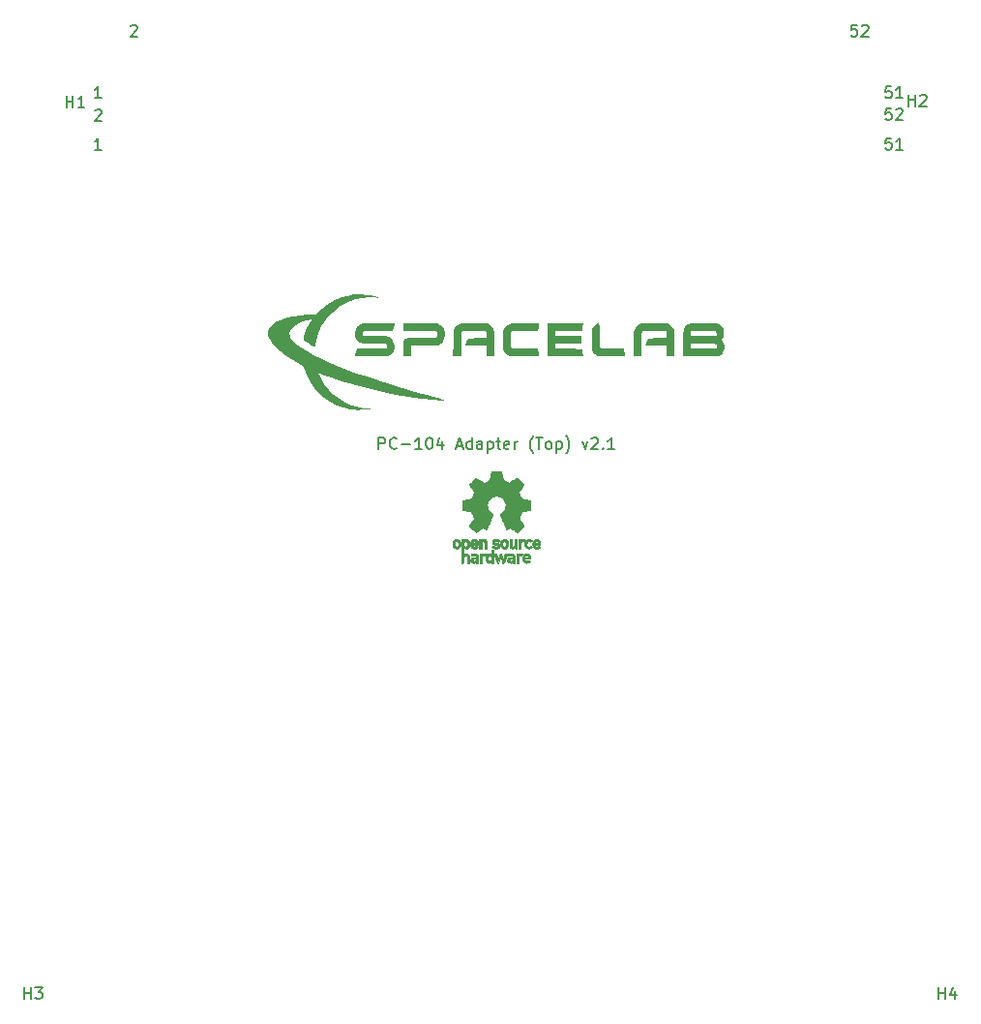
<source format=gto>
G04 #@! TF.GenerationSoftware,KiCad,Pcbnew,7.0.9-1.fc38*
G04 #@! TF.CreationDate,2023-11-17T02:49:10-03:00*
G04 #@! TF.ProjectId,pc104-adapter-top,70633130-342d-4616-9461-707465722d74,v2.1*
G04 #@! TF.SameCoordinates,Original*
G04 #@! TF.FileFunction,Legend,Top*
G04 #@! TF.FilePolarity,Positive*
%FSLAX46Y46*%
G04 Gerber Fmt 4.6, Leading zero omitted, Abs format (unit mm)*
G04 Created by KiCad (PCBNEW 7.0.9-1.fc38) date 2023-11-17 02:49:10*
%MOMM*%
%LPD*%
G01*
G04 APERTURE LIST*
%ADD10C,0.160000*%
%ADD11C,0.150000*%
%ADD12C,0.010000*%
G04 APERTURE END LIST*
D10*
X136614284Y-88954299D02*
X136614284Y-87954299D01*
X136614284Y-87954299D02*
X136995236Y-87954299D01*
X136995236Y-87954299D02*
X137090474Y-88001918D01*
X137090474Y-88001918D02*
X137138093Y-88049537D01*
X137138093Y-88049537D02*
X137185712Y-88144775D01*
X137185712Y-88144775D02*
X137185712Y-88287632D01*
X137185712Y-88287632D02*
X137138093Y-88382870D01*
X137138093Y-88382870D02*
X137090474Y-88430489D01*
X137090474Y-88430489D02*
X136995236Y-88478108D01*
X136995236Y-88478108D02*
X136614284Y-88478108D01*
X138185712Y-88859060D02*
X138138093Y-88906680D01*
X138138093Y-88906680D02*
X137995236Y-88954299D01*
X137995236Y-88954299D02*
X137899998Y-88954299D01*
X137899998Y-88954299D02*
X137757141Y-88906680D01*
X137757141Y-88906680D02*
X137661903Y-88811441D01*
X137661903Y-88811441D02*
X137614284Y-88716203D01*
X137614284Y-88716203D02*
X137566665Y-88525727D01*
X137566665Y-88525727D02*
X137566665Y-88382870D01*
X137566665Y-88382870D02*
X137614284Y-88192394D01*
X137614284Y-88192394D02*
X137661903Y-88097156D01*
X137661903Y-88097156D02*
X137757141Y-88001918D01*
X137757141Y-88001918D02*
X137899998Y-87954299D01*
X137899998Y-87954299D02*
X137995236Y-87954299D01*
X137995236Y-87954299D02*
X138138093Y-88001918D01*
X138138093Y-88001918D02*
X138185712Y-88049537D01*
X138614284Y-88573346D02*
X139376189Y-88573346D01*
X140376188Y-88954299D02*
X139804760Y-88954299D01*
X140090474Y-88954299D02*
X140090474Y-87954299D01*
X140090474Y-87954299D02*
X139995236Y-88097156D01*
X139995236Y-88097156D02*
X139899998Y-88192394D01*
X139899998Y-88192394D02*
X139804760Y-88240013D01*
X140995236Y-87954299D02*
X141090474Y-87954299D01*
X141090474Y-87954299D02*
X141185712Y-88001918D01*
X141185712Y-88001918D02*
X141233331Y-88049537D01*
X141233331Y-88049537D02*
X141280950Y-88144775D01*
X141280950Y-88144775D02*
X141328569Y-88335251D01*
X141328569Y-88335251D02*
X141328569Y-88573346D01*
X141328569Y-88573346D02*
X141280950Y-88763822D01*
X141280950Y-88763822D02*
X141233331Y-88859060D01*
X141233331Y-88859060D02*
X141185712Y-88906680D01*
X141185712Y-88906680D02*
X141090474Y-88954299D01*
X141090474Y-88954299D02*
X140995236Y-88954299D01*
X140995236Y-88954299D02*
X140899998Y-88906680D01*
X140899998Y-88906680D02*
X140852379Y-88859060D01*
X140852379Y-88859060D02*
X140804760Y-88763822D01*
X140804760Y-88763822D02*
X140757141Y-88573346D01*
X140757141Y-88573346D02*
X140757141Y-88335251D01*
X140757141Y-88335251D02*
X140804760Y-88144775D01*
X140804760Y-88144775D02*
X140852379Y-88049537D01*
X140852379Y-88049537D02*
X140899998Y-88001918D01*
X140899998Y-88001918D02*
X140995236Y-87954299D01*
X142185712Y-88287632D02*
X142185712Y-88954299D01*
X141947617Y-87906680D02*
X141709522Y-88620965D01*
X141709522Y-88620965D02*
X142328569Y-88620965D01*
X143423808Y-88668584D02*
X143899998Y-88668584D01*
X143328570Y-88954299D02*
X143661903Y-87954299D01*
X143661903Y-87954299D02*
X143995236Y-88954299D01*
X144757141Y-88954299D02*
X144757141Y-87954299D01*
X144757141Y-88906680D02*
X144661903Y-88954299D01*
X144661903Y-88954299D02*
X144471427Y-88954299D01*
X144471427Y-88954299D02*
X144376189Y-88906680D01*
X144376189Y-88906680D02*
X144328570Y-88859060D01*
X144328570Y-88859060D02*
X144280951Y-88763822D01*
X144280951Y-88763822D02*
X144280951Y-88478108D01*
X144280951Y-88478108D02*
X144328570Y-88382870D01*
X144328570Y-88382870D02*
X144376189Y-88335251D01*
X144376189Y-88335251D02*
X144471427Y-88287632D01*
X144471427Y-88287632D02*
X144661903Y-88287632D01*
X144661903Y-88287632D02*
X144757141Y-88335251D01*
X145661903Y-88954299D02*
X145661903Y-88430489D01*
X145661903Y-88430489D02*
X145614284Y-88335251D01*
X145614284Y-88335251D02*
X145519046Y-88287632D01*
X145519046Y-88287632D02*
X145328570Y-88287632D01*
X145328570Y-88287632D02*
X145233332Y-88335251D01*
X145661903Y-88906680D02*
X145566665Y-88954299D01*
X145566665Y-88954299D02*
X145328570Y-88954299D01*
X145328570Y-88954299D02*
X145233332Y-88906680D01*
X145233332Y-88906680D02*
X145185713Y-88811441D01*
X145185713Y-88811441D02*
X145185713Y-88716203D01*
X145185713Y-88716203D02*
X145233332Y-88620965D01*
X145233332Y-88620965D02*
X145328570Y-88573346D01*
X145328570Y-88573346D02*
X145566665Y-88573346D01*
X145566665Y-88573346D02*
X145661903Y-88525727D01*
X146138094Y-88287632D02*
X146138094Y-89287632D01*
X146138094Y-88335251D02*
X146233332Y-88287632D01*
X146233332Y-88287632D02*
X146423808Y-88287632D01*
X146423808Y-88287632D02*
X146519046Y-88335251D01*
X146519046Y-88335251D02*
X146566665Y-88382870D01*
X146566665Y-88382870D02*
X146614284Y-88478108D01*
X146614284Y-88478108D02*
X146614284Y-88763822D01*
X146614284Y-88763822D02*
X146566665Y-88859060D01*
X146566665Y-88859060D02*
X146519046Y-88906680D01*
X146519046Y-88906680D02*
X146423808Y-88954299D01*
X146423808Y-88954299D02*
X146233332Y-88954299D01*
X146233332Y-88954299D02*
X146138094Y-88906680D01*
X146899999Y-88287632D02*
X147280951Y-88287632D01*
X147042856Y-87954299D02*
X147042856Y-88811441D01*
X147042856Y-88811441D02*
X147090475Y-88906680D01*
X147090475Y-88906680D02*
X147185713Y-88954299D01*
X147185713Y-88954299D02*
X147280951Y-88954299D01*
X147995237Y-88906680D02*
X147899999Y-88954299D01*
X147899999Y-88954299D02*
X147709523Y-88954299D01*
X147709523Y-88954299D02*
X147614285Y-88906680D01*
X147614285Y-88906680D02*
X147566666Y-88811441D01*
X147566666Y-88811441D02*
X147566666Y-88430489D01*
X147566666Y-88430489D02*
X147614285Y-88335251D01*
X147614285Y-88335251D02*
X147709523Y-88287632D01*
X147709523Y-88287632D02*
X147899999Y-88287632D01*
X147899999Y-88287632D02*
X147995237Y-88335251D01*
X147995237Y-88335251D02*
X148042856Y-88430489D01*
X148042856Y-88430489D02*
X148042856Y-88525727D01*
X148042856Y-88525727D02*
X147566666Y-88620965D01*
X148471428Y-88954299D02*
X148471428Y-88287632D01*
X148471428Y-88478108D02*
X148519047Y-88382870D01*
X148519047Y-88382870D02*
X148566666Y-88335251D01*
X148566666Y-88335251D02*
X148661904Y-88287632D01*
X148661904Y-88287632D02*
X148757142Y-88287632D01*
X150138095Y-89335251D02*
X150090476Y-89287632D01*
X150090476Y-89287632D02*
X149995238Y-89144775D01*
X149995238Y-89144775D02*
X149947619Y-89049537D01*
X149947619Y-89049537D02*
X149900000Y-88906680D01*
X149900000Y-88906680D02*
X149852381Y-88668584D01*
X149852381Y-88668584D02*
X149852381Y-88478108D01*
X149852381Y-88478108D02*
X149900000Y-88240013D01*
X149900000Y-88240013D02*
X149947619Y-88097156D01*
X149947619Y-88097156D02*
X149995238Y-88001918D01*
X149995238Y-88001918D02*
X150090476Y-87859060D01*
X150090476Y-87859060D02*
X150138095Y-87811441D01*
X150376191Y-87954299D02*
X150947619Y-87954299D01*
X150661905Y-88954299D02*
X150661905Y-87954299D01*
X151423810Y-88954299D02*
X151328572Y-88906680D01*
X151328572Y-88906680D02*
X151280953Y-88859060D01*
X151280953Y-88859060D02*
X151233334Y-88763822D01*
X151233334Y-88763822D02*
X151233334Y-88478108D01*
X151233334Y-88478108D02*
X151280953Y-88382870D01*
X151280953Y-88382870D02*
X151328572Y-88335251D01*
X151328572Y-88335251D02*
X151423810Y-88287632D01*
X151423810Y-88287632D02*
X151566667Y-88287632D01*
X151566667Y-88287632D02*
X151661905Y-88335251D01*
X151661905Y-88335251D02*
X151709524Y-88382870D01*
X151709524Y-88382870D02*
X151757143Y-88478108D01*
X151757143Y-88478108D02*
X151757143Y-88763822D01*
X151757143Y-88763822D02*
X151709524Y-88859060D01*
X151709524Y-88859060D02*
X151661905Y-88906680D01*
X151661905Y-88906680D02*
X151566667Y-88954299D01*
X151566667Y-88954299D02*
X151423810Y-88954299D01*
X152185715Y-88287632D02*
X152185715Y-89287632D01*
X152185715Y-88335251D02*
X152280953Y-88287632D01*
X152280953Y-88287632D02*
X152471429Y-88287632D01*
X152471429Y-88287632D02*
X152566667Y-88335251D01*
X152566667Y-88335251D02*
X152614286Y-88382870D01*
X152614286Y-88382870D02*
X152661905Y-88478108D01*
X152661905Y-88478108D02*
X152661905Y-88763822D01*
X152661905Y-88763822D02*
X152614286Y-88859060D01*
X152614286Y-88859060D02*
X152566667Y-88906680D01*
X152566667Y-88906680D02*
X152471429Y-88954299D01*
X152471429Y-88954299D02*
X152280953Y-88954299D01*
X152280953Y-88954299D02*
X152185715Y-88906680D01*
X152995239Y-89335251D02*
X153042858Y-89287632D01*
X153042858Y-89287632D02*
X153138096Y-89144775D01*
X153138096Y-89144775D02*
X153185715Y-89049537D01*
X153185715Y-89049537D02*
X153233334Y-88906680D01*
X153233334Y-88906680D02*
X153280953Y-88668584D01*
X153280953Y-88668584D02*
X153280953Y-88478108D01*
X153280953Y-88478108D02*
X153233334Y-88240013D01*
X153233334Y-88240013D02*
X153185715Y-88097156D01*
X153185715Y-88097156D02*
X153138096Y-88001918D01*
X153138096Y-88001918D02*
X153042858Y-87859060D01*
X153042858Y-87859060D02*
X152995239Y-87811441D01*
X154423811Y-88287632D02*
X154661906Y-88954299D01*
X154661906Y-88954299D02*
X154900001Y-88287632D01*
X155233335Y-88049537D02*
X155280954Y-88001918D01*
X155280954Y-88001918D02*
X155376192Y-87954299D01*
X155376192Y-87954299D02*
X155614287Y-87954299D01*
X155614287Y-87954299D02*
X155709525Y-88001918D01*
X155709525Y-88001918D02*
X155757144Y-88049537D01*
X155757144Y-88049537D02*
X155804763Y-88144775D01*
X155804763Y-88144775D02*
X155804763Y-88240013D01*
X155804763Y-88240013D02*
X155757144Y-88382870D01*
X155757144Y-88382870D02*
X155185716Y-88954299D01*
X155185716Y-88954299D02*
X155804763Y-88954299D01*
X156233335Y-88859060D02*
X156280954Y-88906680D01*
X156280954Y-88906680D02*
X156233335Y-88954299D01*
X156233335Y-88954299D02*
X156185716Y-88906680D01*
X156185716Y-88906680D02*
X156233335Y-88859060D01*
X156233335Y-88859060D02*
X156233335Y-88954299D01*
X157233334Y-88954299D02*
X156661906Y-88954299D01*
X156947620Y-88954299D02*
X156947620Y-87954299D01*
X156947620Y-87954299D02*
X156852382Y-88097156D01*
X156852382Y-88097156D02*
X156757144Y-88192394D01*
X156757144Y-88192394D02*
X156661906Y-88240013D01*
D11*
X109288095Y-59054819D02*
X109288095Y-58054819D01*
X109288095Y-58531009D02*
X109859523Y-58531009D01*
X109859523Y-59054819D02*
X109859523Y-58054819D01*
X110859523Y-59054819D02*
X110288095Y-59054819D01*
X110573809Y-59054819D02*
X110573809Y-58054819D01*
X110573809Y-58054819D02*
X110478571Y-58197676D01*
X110478571Y-58197676D02*
X110383333Y-58292914D01*
X110383333Y-58292914D02*
X110288095Y-58340533D01*
X182988095Y-58954819D02*
X182988095Y-57954819D01*
X182988095Y-58431009D02*
X183559523Y-58431009D01*
X183559523Y-58954819D02*
X183559523Y-57954819D01*
X183988095Y-58050057D02*
X184035714Y-58002438D01*
X184035714Y-58002438D02*
X184130952Y-57954819D01*
X184130952Y-57954819D02*
X184369047Y-57954819D01*
X184369047Y-57954819D02*
X184464285Y-58002438D01*
X184464285Y-58002438D02*
X184511904Y-58050057D01*
X184511904Y-58050057D02*
X184559523Y-58145295D01*
X184559523Y-58145295D02*
X184559523Y-58240533D01*
X184559523Y-58240533D02*
X184511904Y-58383390D01*
X184511904Y-58383390D02*
X183940476Y-58954819D01*
X183940476Y-58954819D02*
X184559523Y-58954819D01*
D10*
X178461904Y-51854299D02*
X177985714Y-51854299D01*
X177985714Y-51854299D02*
X177938095Y-52330489D01*
X177938095Y-52330489D02*
X177985714Y-52282870D01*
X177985714Y-52282870D02*
X178080952Y-52235251D01*
X178080952Y-52235251D02*
X178319047Y-52235251D01*
X178319047Y-52235251D02*
X178414285Y-52282870D01*
X178414285Y-52282870D02*
X178461904Y-52330489D01*
X178461904Y-52330489D02*
X178509523Y-52425727D01*
X178509523Y-52425727D02*
X178509523Y-52663822D01*
X178509523Y-52663822D02*
X178461904Y-52759060D01*
X178461904Y-52759060D02*
X178414285Y-52806680D01*
X178414285Y-52806680D02*
X178319047Y-52854299D01*
X178319047Y-52854299D02*
X178080952Y-52854299D01*
X178080952Y-52854299D02*
X177985714Y-52806680D01*
X177985714Y-52806680D02*
X177938095Y-52759060D01*
X178890476Y-51949537D02*
X178938095Y-51901918D01*
X178938095Y-51901918D02*
X179033333Y-51854299D01*
X179033333Y-51854299D02*
X179271428Y-51854299D01*
X179271428Y-51854299D02*
X179366666Y-51901918D01*
X179366666Y-51901918D02*
X179414285Y-51949537D01*
X179414285Y-51949537D02*
X179461904Y-52044775D01*
X179461904Y-52044775D02*
X179461904Y-52140013D01*
X179461904Y-52140013D02*
X179414285Y-52282870D01*
X179414285Y-52282870D02*
X178842857Y-52854299D01*
X178842857Y-52854299D02*
X179461904Y-52854299D01*
X181461904Y-57248299D02*
X180985714Y-57248299D01*
X180985714Y-57248299D02*
X180938095Y-57724489D01*
X180938095Y-57724489D02*
X180985714Y-57676870D01*
X180985714Y-57676870D02*
X181080952Y-57629251D01*
X181080952Y-57629251D02*
X181319047Y-57629251D01*
X181319047Y-57629251D02*
X181414285Y-57676870D01*
X181414285Y-57676870D02*
X181461904Y-57724489D01*
X181461904Y-57724489D02*
X181509523Y-57819727D01*
X181509523Y-57819727D02*
X181509523Y-58057822D01*
X181509523Y-58057822D02*
X181461904Y-58153060D01*
X181461904Y-58153060D02*
X181414285Y-58200680D01*
X181414285Y-58200680D02*
X181319047Y-58248299D01*
X181319047Y-58248299D02*
X181080952Y-58248299D01*
X181080952Y-58248299D02*
X180985714Y-58200680D01*
X180985714Y-58200680D02*
X180938095Y-58153060D01*
X182461904Y-58248299D02*
X181890476Y-58248299D01*
X182176190Y-58248299D02*
X182176190Y-57248299D01*
X182176190Y-57248299D02*
X182080952Y-57391156D01*
X182080952Y-57391156D02*
X181985714Y-57486394D01*
X181985714Y-57486394D02*
X181890476Y-57534013D01*
X114914286Y-51949537D02*
X114961905Y-51901918D01*
X114961905Y-51901918D02*
X115057143Y-51854299D01*
X115057143Y-51854299D02*
X115295238Y-51854299D01*
X115295238Y-51854299D02*
X115390476Y-51901918D01*
X115390476Y-51901918D02*
X115438095Y-51949537D01*
X115438095Y-51949537D02*
X115485714Y-52044775D01*
X115485714Y-52044775D02*
X115485714Y-52140013D01*
X115485714Y-52140013D02*
X115438095Y-52282870D01*
X115438095Y-52282870D02*
X114866667Y-52854299D01*
X114866667Y-52854299D02*
X115485714Y-52854299D01*
X112345714Y-58248299D02*
X111774286Y-58248299D01*
X112060000Y-58248299D02*
X112060000Y-57248299D01*
X112060000Y-57248299D02*
X111964762Y-57391156D01*
X111964762Y-57391156D02*
X111869524Y-57486394D01*
X111869524Y-57486394D02*
X111774286Y-57534013D01*
X181461904Y-59154299D02*
X180985714Y-59154299D01*
X180985714Y-59154299D02*
X180938095Y-59630489D01*
X180938095Y-59630489D02*
X180985714Y-59582870D01*
X180985714Y-59582870D02*
X181080952Y-59535251D01*
X181080952Y-59535251D02*
X181319047Y-59535251D01*
X181319047Y-59535251D02*
X181414285Y-59582870D01*
X181414285Y-59582870D02*
X181461904Y-59630489D01*
X181461904Y-59630489D02*
X181509523Y-59725727D01*
X181509523Y-59725727D02*
X181509523Y-59963822D01*
X181509523Y-59963822D02*
X181461904Y-60059060D01*
X181461904Y-60059060D02*
X181414285Y-60106680D01*
X181414285Y-60106680D02*
X181319047Y-60154299D01*
X181319047Y-60154299D02*
X181080952Y-60154299D01*
X181080952Y-60154299D02*
X180985714Y-60106680D01*
X180985714Y-60106680D02*
X180938095Y-60059060D01*
X181890476Y-59249537D02*
X181938095Y-59201918D01*
X181938095Y-59201918D02*
X182033333Y-59154299D01*
X182033333Y-59154299D02*
X182271428Y-59154299D01*
X182271428Y-59154299D02*
X182366666Y-59201918D01*
X182366666Y-59201918D02*
X182414285Y-59249537D01*
X182414285Y-59249537D02*
X182461904Y-59344775D01*
X182461904Y-59344775D02*
X182461904Y-59440013D01*
X182461904Y-59440013D02*
X182414285Y-59582870D01*
X182414285Y-59582870D02*
X181842857Y-60154299D01*
X181842857Y-60154299D02*
X182461904Y-60154299D01*
X181461904Y-61754299D02*
X180985714Y-61754299D01*
X180985714Y-61754299D02*
X180938095Y-62230489D01*
X180938095Y-62230489D02*
X180985714Y-62182870D01*
X180985714Y-62182870D02*
X181080952Y-62135251D01*
X181080952Y-62135251D02*
X181319047Y-62135251D01*
X181319047Y-62135251D02*
X181414285Y-62182870D01*
X181414285Y-62182870D02*
X181461904Y-62230489D01*
X181461904Y-62230489D02*
X181509523Y-62325727D01*
X181509523Y-62325727D02*
X181509523Y-62563822D01*
X181509523Y-62563822D02*
X181461904Y-62659060D01*
X181461904Y-62659060D02*
X181414285Y-62706680D01*
X181414285Y-62706680D02*
X181319047Y-62754299D01*
X181319047Y-62754299D02*
X181080952Y-62754299D01*
X181080952Y-62754299D02*
X180985714Y-62706680D01*
X180985714Y-62706680D02*
X180938095Y-62659060D01*
X182461904Y-62754299D02*
X181890476Y-62754299D01*
X182176190Y-62754299D02*
X182176190Y-61754299D01*
X182176190Y-61754299D02*
X182080952Y-61897156D01*
X182080952Y-61897156D02*
X181985714Y-61992394D01*
X181985714Y-61992394D02*
X181890476Y-62040013D01*
X112345714Y-62754299D02*
X111774286Y-62754299D01*
X112060000Y-62754299D02*
X112060000Y-61754299D01*
X112060000Y-61754299D02*
X111964762Y-61897156D01*
X111964762Y-61897156D02*
X111869524Y-61992394D01*
X111869524Y-61992394D02*
X111774286Y-62040013D01*
X111774286Y-59349537D02*
X111821905Y-59301918D01*
X111821905Y-59301918D02*
X111917143Y-59254299D01*
X111917143Y-59254299D02*
X112155238Y-59254299D01*
X112155238Y-59254299D02*
X112250476Y-59301918D01*
X112250476Y-59301918D02*
X112298095Y-59349537D01*
X112298095Y-59349537D02*
X112345714Y-59444775D01*
X112345714Y-59444775D02*
X112345714Y-59540013D01*
X112345714Y-59540013D02*
X112298095Y-59682870D01*
X112298095Y-59682870D02*
X111726667Y-60254299D01*
X111726667Y-60254299D02*
X112345714Y-60254299D01*
D11*
X105588095Y-137040819D02*
X105588095Y-136040819D01*
X105588095Y-136517009D02*
X106159523Y-136517009D01*
X106159523Y-137040819D02*
X106159523Y-136040819D01*
X106540476Y-136040819D02*
X107159523Y-136040819D01*
X107159523Y-136040819D02*
X106826190Y-136421771D01*
X106826190Y-136421771D02*
X106969047Y-136421771D01*
X106969047Y-136421771D02*
X107064285Y-136469390D01*
X107064285Y-136469390D02*
X107111904Y-136517009D01*
X107111904Y-136517009D02*
X107159523Y-136612247D01*
X107159523Y-136612247D02*
X107159523Y-136850342D01*
X107159523Y-136850342D02*
X107111904Y-136945580D01*
X107111904Y-136945580D02*
X107064285Y-136993200D01*
X107064285Y-136993200D02*
X106969047Y-137040819D01*
X106969047Y-137040819D02*
X106683333Y-137040819D01*
X106683333Y-137040819D02*
X106588095Y-136993200D01*
X106588095Y-136993200D02*
X106540476Y-136945580D01*
X185588095Y-137040819D02*
X185588095Y-136040819D01*
X185588095Y-136517009D02*
X186159523Y-136517009D01*
X186159523Y-137040819D02*
X186159523Y-136040819D01*
X187064285Y-136374152D02*
X187064285Y-137040819D01*
X186826190Y-135993200D02*
X186588095Y-136707485D01*
X186588095Y-136707485D02*
X187207142Y-136707485D01*
D12*
X149291388Y-96837645D02*
X149348865Y-96855206D01*
X149385872Y-96877395D01*
X149397927Y-96894942D01*
X149394609Y-96915742D01*
X149373079Y-96948419D01*
X149354874Y-96971562D01*
X149317344Y-97013402D01*
X149289148Y-97031005D01*
X149265111Y-97029856D01*
X149193808Y-97011710D01*
X149141442Y-97012534D01*
X149098918Y-97033098D01*
X149084642Y-97045134D01*
X149038947Y-97087483D01*
X149038947Y-97640526D01*
X148855131Y-97640526D01*
X148855131Y-96838421D01*
X148947039Y-96838421D01*
X149002219Y-96840603D01*
X149030688Y-96848351D01*
X149038943Y-96863468D01*
X149038947Y-96863916D01*
X149042845Y-96879749D01*
X149060474Y-96877684D01*
X149084901Y-96866261D01*
X149135350Y-96845005D01*
X149176316Y-96832216D01*
X149229028Y-96828938D01*
X149291388Y-96837645D01*
G36*
X149291388Y-96837645D02*
G01*
X149348865Y-96855206D01*
X149385872Y-96877395D01*
X149397927Y-96894942D01*
X149394609Y-96915742D01*
X149373079Y-96948419D01*
X149354874Y-96971562D01*
X149317344Y-97013402D01*
X149289148Y-97031005D01*
X149265111Y-97029856D01*
X149193808Y-97011710D01*
X149141442Y-97012534D01*
X149098918Y-97033098D01*
X149084642Y-97045134D01*
X149038947Y-97087483D01*
X149038947Y-97640526D01*
X148855131Y-97640526D01*
X148855131Y-96838421D01*
X148947039Y-96838421D01*
X149002219Y-96840603D01*
X149030688Y-96848351D01*
X149038943Y-96863468D01*
X149038947Y-96863916D01*
X149042845Y-96879749D01*
X149060474Y-96877684D01*
X149084901Y-96866261D01*
X149135350Y-96845005D01*
X149176316Y-96832216D01*
X149229028Y-96828938D01*
X149291388Y-96837645D01*
G37*
X149073167Y-98091447D02*
X149137408Y-98104112D01*
X149173980Y-98122864D01*
X149212453Y-98154017D01*
X149157717Y-98223127D01*
X149123969Y-98264979D01*
X149101053Y-98285398D01*
X149078279Y-98288517D01*
X149044956Y-98278472D01*
X149029314Y-98272789D01*
X148965542Y-98264404D01*
X148907140Y-98282378D01*
X148864264Y-98322982D01*
X148857299Y-98335929D01*
X148849713Y-98370224D01*
X148843859Y-98433427D01*
X148840011Y-98521060D01*
X148838443Y-98628640D01*
X148838421Y-98643944D01*
X148838421Y-98910526D01*
X148654605Y-98910526D01*
X148654605Y-98091710D01*
X148746513Y-98091710D01*
X148799507Y-98093094D01*
X148827115Y-98099252D01*
X148837324Y-98113194D01*
X148838421Y-98126344D01*
X148838421Y-98160978D01*
X148882450Y-98126344D01*
X148932937Y-98102716D01*
X149000760Y-98091033D01*
X149073167Y-98091447D01*
G36*
X149073167Y-98091447D02*
G01*
X149137408Y-98104112D01*
X149173980Y-98122864D01*
X149212453Y-98154017D01*
X149157717Y-98223127D01*
X149123969Y-98264979D01*
X149101053Y-98285398D01*
X149078279Y-98288517D01*
X149044956Y-98278472D01*
X149029314Y-98272789D01*
X148965542Y-98264404D01*
X148907140Y-98282378D01*
X148864264Y-98322982D01*
X148857299Y-98335929D01*
X148849713Y-98370224D01*
X148843859Y-98433427D01*
X148840011Y-98521060D01*
X148838443Y-98628640D01*
X148838421Y-98643944D01*
X148838421Y-98910526D01*
X148654605Y-98910526D01*
X148654605Y-98091710D01*
X148746513Y-98091710D01*
X148799507Y-98093094D01*
X148827115Y-98099252D01*
X148837324Y-98113194D01*
X148838421Y-98126344D01*
X148838421Y-98160978D01*
X148882450Y-98126344D01*
X148932937Y-98102716D01*
X149000760Y-98091033D01*
X149073167Y-98091447D01*
G37*
X145579881Y-98093486D02*
X145604888Y-98100982D01*
X145612950Y-98117451D01*
X145613289Y-98124886D01*
X145614736Y-98145594D01*
X145624698Y-98148845D01*
X145651612Y-98134648D01*
X145667598Y-98124948D01*
X145718033Y-98104175D01*
X145778272Y-98093904D01*
X145841434Y-98093114D01*
X145900637Y-98100786D01*
X145949002Y-98115898D01*
X145979646Y-98137432D01*
X145985689Y-98164366D01*
X145982639Y-98171660D01*
X145960406Y-98201937D01*
X145925930Y-98239175D01*
X145919694Y-98245195D01*
X145886833Y-98272875D01*
X145858480Y-98281818D01*
X145818827Y-98275576D01*
X145802942Y-98271429D01*
X145753509Y-98261467D01*
X145718752Y-98265947D01*
X145689400Y-98281746D01*
X145662513Y-98302949D01*
X145642710Y-98329614D01*
X145628948Y-98366827D01*
X145620184Y-98419673D01*
X145615374Y-98493237D01*
X145613474Y-98592605D01*
X145613289Y-98652601D01*
X145613289Y-98910526D01*
X145446184Y-98910526D01*
X145446184Y-98091710D01*
X145529736Y-98091710D01*
X145579881Y-98093486D01*
G36*
X145579881Y-98093486D02*
G01*
X145604888Y-98100982D01*
X145612950Y-98117451D01*
X145613289Y-98124886D01*
X145614736Y-98145594D01*
X145624698Y-98148845D01*
X145651612Y-98134648D01*
X145667598Y-98124948D01*
X145718033Y-98104175D01*
X145778272Y-98093904D01*
X145841434Y-98093114D01*
X145900637Y-98100786D01*
X145949002Y-98115898D01*
X145979646Y-98137432D01*
X145985689Y-98164366D01*
X145982639Y-98171660D01*
X145960406Y-98201937D01*
X145925930Y-98239175D01*
X145919694Y-98245195D01*
X145886833Y-98272875D01*
X145858480Y-98281818D01*
X145818827Y-98275576D01*
X145802942Y-98271429D01*
X145753509Y-98261467D01*
X145718752Y-98265947D01*
X145689400Y-98281746D01*
X145662513Y-98302949D01*
X145642710Y-98329614D01*
X145628948Y-98366827D01*
X145620184Y-98419673D01*
X145615374Y-98493237D01*
X145613474Y-98592605D01*
X145613289Y-98652601D01*
X145613289Y-98910526D01*
X145446184Y-98910526D01*
X145446184Y-98091710D01*
X145529736Y-98091710D01*
X145579881Y-98093486D01*
G37*
X148220131Y-97098533D02*
X148221710Y-97221089D01*
X148227481Y-97314179D01*
X148238991Y-97381651D01*
X148257790Y-97427355D01*
X148285426Y-97455139D01*
X148323448Y-97468854D01*
X148370526Y-97472358D01*
X148419832Y-97468432D01*
X148457283Y-97454089D01*
X148484428Y-97425478D01*
X148502815Y-97378751D01*
X148513993Y-97310058D01*
X148519511Y-97215550D01*
X148520921Y-97098533D01*
X148520921Y-96838421D01*
X148704736Y-96838421D01*
X148704736Y-97640526D01*
X148612828Y-97640526D01*
X148557422Y-97638281D01*
X148528891Y-97630396D01*
X148520921Y-97615428D01*
X148516120Y-97602097D01*
X148497014Y-97604917D01*
X148458504Y-97623783D01*
X148370239Y-97652887D01*
X148276623Y-97650825D01*
X148186921Y-97619221D01*
X148144204Y-97594257D01*
X148111621Y-97567226D01*
X148087817Y-97533405D01*
X148071439Y-97488068D01*
X148061131Y-97426489D01*
X148055541Y-97343943D01*
X148053312Y-97235705D01*
X148053026Y-97152004D01*
X148053026Y-96838421D01*
X148220131Y-96838421D01*
X148220131Y-97098533D01*
G36*
X148220131Y-97098533D02*
G01*
X148221710Y-97221089D01*
X148227481Y-97314179D01*
X148238991Y-97381651D01*
X148257790Y-97427355D01*
X148285426Y-97455139D01*
X148323448Y-97468854D01*
X148370526Y-97472358D01*
X148419832Y-97468432D01*
X148457283Y-97454089D01*
X148484428Y-97425478D01*
X148502815Y-97378751D01*
X148513993Y-97310058D01*
X148519511Y-97215550D01*
X148520921Y-97098533D01*
X148520921Y-96838421D01*
X148704736Y-96838421D01*
X148704736Y-97640526D01*
X148612828Y-97640526D01*
X148557422Y-97638281D01*
X148528891Y-97630396D01*
X148520921Y-97615428D01*
X148516120Y-97602097D01*
X148497014Y-97604917D01*
X148458504Y-97623783D01*
X148370239Y-97652887D01*
X148276623Y-97650825D01*
X148186921Y-97619221D01*
X148144204Y-97594257D01*
X148111621Y-97567226D01*
X148087817Y-97533405D01*
X148071439Y-97488068D01*
X148061131Y-97426489D01*
X148055541Y-97343943D01*
X148053312Y-97235705D01*
X148053026Y-97152004D01*
X148053026Y-96838421D01*
X148220131Y-96838421D01*
X148220131Y-97098533D01*
G37*
X145897957Y-96852226D02*
X145939546Y-96872090D01*
X145979825Y-96900784D01*
X146010510Y-96933809D01*
X146032861Y-96975931D01*
X146048136Y-97031915D01*
X146057592Y-97106528D01*
X146062487Y-97204535D01*
X146064081Y-97330702D01*
X146064106Y-97343914D01*
X146064473Y-97640526D01*
X145880657Y-97640526D01*
X145880657Y-97367081D01*
X145880527Y-97265777D01*
X145879621Y-97192353D01*
X145877173Y-97141271D01*
X145872414Y-97106990D01*
X145864574Y-97083971D01*
X145852885Y-97066673D01*
X145836602Y-97049581D01*
X145779634Y-97012857D01*
X145717445Y-97006042D01*
X145658199Y-97029261D01*
X145637595Y-97046543D01*
X145622470Y-97062791D01*
X145611610Y-97080191D01*
X145604310Y-97104212D01*
X145599863Y-97140322D01*
X145597564Y-97193988D01*
X145596704Y-97270680D01*
X145596578Y-97364043D01*
X145596578Y-97640526D01*
X145412763Y-97640526D01*
X145412763Y-96838421D01*
X145504671Y-96838421D01*
X145559851Y-96840603D01*
X145588320Y-96848351D01*
X145596575Y-96863468D01*
X145596578Y-96863916D01*
X145600408Y-96878720D01*
X145617301Y-96877040D01*
X145650888Y-96860773D01*
X145727063Y-96836840D01*
X145814200Y-96834178D01*
X145897957Y-96852226D01*
G36*
X145897957Y-96852226D02*
G01*
X145939546Y-96872090D01*
X145979825Y-96900784D01*
X146010510Y-96933809D01*
X146032861Y-96975931D01*
X146048136Y-97031915D01*
X146057592Y-97106528D01*
X146062487Y-97204535D01*
X146064081Y-97330702D01*
X146064106Y-97343914D01*
X146064473Y-97640526D01*
X145880657Y-97640526D01*
X145880657Y-97367081D01*
X145880527Y-97265777D01*
X145879621Y-97192353D01*
X145877173Y-97141271D01*
X145872414Y-97106990D01*
X145864574Y-97083971D01*
X145852885Y-97066673D01*
X145836602Y-97049581D01*
X145779634Y-97012857D01*
X145717445Y-97006042D01*
X145658199Y-97029261D01*
X145637595Y-97046543D01*
X145622470Y-97062791D01*
X145611610Y-97080191D01*
X145604310Y-97104212D01*
X145599863Y-97140322D01*
X145597564Y-97193988D01*
X145596704Y-97270680D01*
X145596578Y-97364043D01*
X145596578Y-97640526D01*
X145412763Y-97640526D01*
X145412763Y-96838421D01*
X145504671Y-96838421D01*
X145559851Y-96840603D01*
X145588320Y-96848351D01*
X145596575Y-96863468D01*
X145596578Y-96863916D01*
X145600408Y-96878720D01*
X145617301Y-96877040D01*
X145650888Y-96860773D01*
X145727063Y-96836840D01*
X145814200Y-96834178D01*
X145897957Y-96852226D01*
G37*
X149846576Y-96845419D02*
X149943395Y-96886549D01*
X149973890Y-96906571D01*
X150012865Y-96937340D01*
X150037331Y-96961533D01*
X150041578Y-96969413D01*
X150029584Y-96986899D01*
X149998887Y-97016570D01*
X149974312Y-97037279D01*
X149907046Y-97091336D01*
X149853930Y-97046642D01*
X149812884Y-97017789D01*
X149772863Y-97007829D01*
X149727059Y-97010261D01*
X149654324Y-97028345D01*
X149604256Y-97065881D01*
X149573829Y-97126562D01*
X149560017Y-97214081D01*
X149560013Y-97214136D01*
X149561208Y-97311958D01*
X149579772Y-97383730D01*
X149616804Y-97432595D01*
X149642050Y-97449143D01*
X149709097Y-97469749D01*
X149780709Y-97469762D01*
X149843015Y-97449768D01*
X149857763Y-97440000D01*
X149894750Y-97415047D01*
X149923668Y-97410958D01*
X149954856Y-97429530D01*
X149989336Y-97462887D01*
X150043912Y-97519196D01*
X149983318Y-97569142D01*
X149889698Y-97625513D01*
X149784125Y-97653293D01*
X149673798Y-97651282D01*
X149601343Y-97632862D01*
X149516656Y-97587310D01*
X149448927Y-97515650D01*
X149418157Y-97465066D01*
X149393236Y-97392488D01*
X149380766Y-97300569D01*
X149380670Y-97200948D01*
X149392870Y-97105267D01*
X149417290Y-97025169D01*
X149421136Y-97016956D01*
X149478093Y-96936413D01*
X149555209Y-96877771D01*
X149646390Y-96842247D01*
X149745543Y-96831057D01*
X149846576Y-96845419D01*
G36*
X149846576Y-96845419D02*
G01*
X149943395Y-96886549D01*
X149973890Y-96906571D01*
X150012865Y-96937340D01*
X150037331Y-96961533D01*
X150041578Y-96969413D01*
X150029584Y-96986899D01*
X149998887Y-97016570D01*
X149974312Y-97037279D01*
X149907046Y-97091336D01*
X149853930Y-97046642D01*
X149812884Y-97017789D01*
X149772863Y-97007829D01*
X149727059Y-97010261D01*
X149654324Y-97028345D01*
X149604256Y-97065881D01*
X149573829Y-97126562D01*
X149560017Y-97214081D01*
X149560013Y-97214136D01*
X149561208Y-97311958D01*
X149579772Y-97383730D01*
X149616804Y-97432595D01*
X149642050Y-97449143D01*
X149709097Y-97469749D01*
X149780709Y-97469762D01*
X149843015Y-97449768D01*
X149857763Y-97440000D01*
X149894750Y-97415047D01*
X149923668Y-97410958D01*
X149954856Y-97429530D01*
X149989336Y-97462887D01*
X150043912Y-97519196D01*
X149983318Y-97569142D01*
X149889698Y-97625513D01*
X149784125Y-97653293D01*
X149673798Y-97651282D01*
X149601343Y-97632862D01*
X149516656Y-97587310D01*
X149448927Y-97515650D01*
X149418157Y-97465066D01*
X149393236Y-97392488D01*
X149380766Y-97300569D01*
X149380670Y-97200948D01*
X149392870Y-97105267D01*
X149417290Y-97025169D01*
X149421136Y-97016956D01*
X149478093Y-96936413D01*
X149555209Y-96877771D01*
X149646390Y-96842247D01*
X149745543Y-96831057D01*
X149846576Y-96845419D01*
G37*
X147711669Y-96848310D02*
X147796192Y-96894340D01*
X147862321Y-96967006D01*
X147893478Y-97026106D01*
X147906855Y-97078305D01*
X147915522Y-97152719D01*
X147919237Y-97238442D01*
X147917754Y-97324569D01*
X147910831Y-97400193D01*
X147902745Y-97440584D01*
X147875465Y-97495840D01*
X147828220Y-97554530D01*
X147771282Y-97605852D01*
X147714924Y-97639005D01*
X147713550Y-97639531D01*
X147643616Y-97654018D01*
X147560737Y-97654377D01*
X147481977Y-97641188D01*
X147451566Y-97630617D01*
X147373239Y-97586201D01*
X147317143Y-97528007D01*
X147280286Y-97450965D01*
X147259680Y-97350001D01*
X147255018Y-97297116D01*
X147255613Y-97230663D01*
X147434736Y-97230663D01*
X147440770Y-97327630D01*
X147458138Y-97401523D01*
X147485740Y-97448736D01*
X147505404Y-97462237D01*
X147555787Y-97471651D01*
X147615673Y-97468864D01*
X147667449Y-97455316D01*
X147681027Y-97447862D01*
X147716849Y-97404451D01*
X147740493Y-97338014D01*
X147750558Y-97257161D01*
X147745642Y-97170502D01*
X147734655Y-97118349D01*
X147703109Y-97057951D01*
X147653311Y-97020197D01*
X147593337Y-97007143D01*
X147531264Y-97020849D01*
X147483582Y-97054372D01*
X147458525Y-97082031D01*
X147443900Y-97109294D01*
X147436929Y-97146190D01*
X147434833Y-97202750D01*
X147434736Y-97230663D01*
X147255613Y-97230663D01*
X147256282Y-97155994D01*
X147279265Y-97040271D01*
X147323972Y-96949941D01*
X147390405Y-96885000D01*
X147478565Y-96845445D01*
X147497495Y-96840858D01*
X147611266Y-96830090D01*
X147711669Y-96848310D01*
G36*
X147711669Y-96848310D02*
G01*
X147796192Y-96894340D01*
X147862321Y-96967006D01*
X147893478Y-97026106D01*
X147906855Y-97078305D01*
X147915522Y-97152719D01*
X147919237Y-97238442D01*
X147917754Y-97324569D01*
X147910831Y-97400193D01*
X147902745Y-97440584D01*
X147875465Y-97495840D01*
X147828220Y-97554530D01*
X147771282Y-97605852D01*
X147714924Y-97639005D01*
X147713550Y-97639531D01*
X147643616Y-97654018D01*
X147560737Y-97654377D01*
X147481977Y-97641188D01*
X147451566Y-97630617D01*
X147373239Y-97586201D01*
X147317143Y-97528007D01*
X147280286Y-97450965D01*
X147259680Y-97350001D01*
X147255018Y-97297116D01*
X147255613Y-97230663D01*
X147434736Y-97230663D01*
X147440770Y-97327630D01*
X147458138Y-97401523D01*
X147485740Y-97448736D01*
X147505404Y-97462237D01*
X147555787Y-97471651D01*
X147615673Y-97468864D01*
X147667449Y-97455316D01*
X147681027Y-97447862D01*
X147716849Y-97404451D01*
X147740493Y-97338014D01*
X147750558Y-97257161D01*
X147745642Y-97170502D01*
X147734655Y-97118349D01*
X147703109Y-97057951D01*
X147653311Y-97020197D01*
X147593337Y-97007143D01*
X147531264Y-97020849D01*
X147483582Y-97054372D01*
X147458525Y-97082031D01*
X147443900Y-97109294D01*
X147436929Y-97146190D01*
X147434833Y-97202750D01*
X147434736Y-97230663D01*
X147255613Y-97230663D01*
X147256282Y-97155994D01*
X147279265Y-97040271D01*
X147323972Y-96949941D01*
X147390405Y-96885000D01*
X147478565Y-96845445D01*
X147497495Y-96840858D01*
X147611266Y-96830090D01*
X147711669Y-96848310D01*
G37*
X147274130Y-98095104D02*
X147340220Y-98100066D01*
X147426626Y-98359079D01*
X147513031Y-98618092D01*
X147540124Y-98526184D01*
X147556428Y-98469384D01*
X147577875Y-98392625D01*
X147601035Y-98308251D01*
X147613280Y-98262993D01*
X147659344Y-98091710D01*
X147849387Y-98091710D01*
X147792582Y-98271349D01*
X147764607Y-98359704D01*
X147730813Y-98466281D01*
X147695520Y-98577454D01*
X147664013Y-98676579D01*
X147592250Y-98902171D01*
X147437286Y-98912253D01*
X147395270Y-98773528D01*
X147369359Y-98687351D01*
X147341083Y-98592347D01*
X147316369Y-98508441D01*
X147315394Y-98505102D01*
X147296935Y-98448248D01*
X147280649Y-98409456D01*
X147269242Y-98394787D01*
X147266898Y-98396483D01*
X147258671Y-98419225D01*
X147243038Y-98467940D01*
X147221904Y-98536502D01*
X147197170Y-98618785D01*
X147183787Y-98664046D01*
X147111311Y-98910526D01*
X146957495Y-98910526D01*
X146834531Y-98522006D01*
X146799988Y-98413022D01*
X146768521Y-98314048D01*
X146741616Y-98229736D01*
X146720759Y-98164734D01*
X146707438Y-98123692D01*
X146703388Y-98111701D01*
X146706594Y-98099423D01*
X146731765Y-98094046D01*
X146784146Y-98094584D01*
X146792345Y-98094990D01*
X146889482Y-98100066D01*
X146953100Y-98334013D01*
X146976484Y-98419333D01*
X146997381Y-98494335D01*
X147013951Y-98552507D01*
X147024354Y-98587337D01*
X147026276Y-98593016D01*
X147034241Y-98586486D01*
X147050304Y-98552654D01*
X147072621Y-98496127D01*
X147099345Y-98421510D01*
X147121937Y-98354107D01*
X147208041Y-98090143D01*
X147274130Y-98095104D01*
G36*
X147274130Y-98095104D02*
G01*
X147340220Y-98100066D01*
X147426626Y-98359079D01*
X147513031Y-98618092D01*
X147540124Y-98526184D01*
X147556428Y-98469384D01*
X147577875Y-98392625D01*
X147601035Y-98308251D01*
X147613280Y-98262993D01*
X147659344Y-98091710D01*
X147849387Y-98091710D01*
X147792582Y-98271349D01*
X147764607Y-98359704D01*
X147730813Y-98466281D01*
X147695520Y-98577454D01*
X147664013Y-98676579D01*
X147592250Y-98902171D01*
X147437286Y-98912253D01*
X147395270Y-98773528D01*
X147369359Y-98687351D01*
X147341083Y-98592347D01*
X147316369Y-98508441D01*
X147315394Y-98505102D01*
X147296935Y-98448248D01*
X147280649Y-98409456D01*
X147269242Y-98394787D01*
X147266898Y-98396483D01*
X147258671Y-98419225D01*
X147243038Y-98467940D01*
X147221904Y-98536502D01*
X147197170Y-98618785D01*
X147183787Y-98664046D01*
X147111311Y-98910526D01*
X146957495Y-98910526D01*
X146834531Y-98522006D01*
X146799988Y-98413022D01*
X146768521Y-98314048D01*
X146741616Y-98229736D01*
X146720759Y-98164734D01*
X146707438Y-98123692D01*
X146703388Y-98111701D01*
X146706594Y-98099423D01*
X146731765Y-98094046D01*
X146784146Y-98094584D01*
X146792345Y-98094990D01*
X146889482Y-98100066D01*
X146953100Y-98334013D01*
X146976484Y-98419333D01*
X146997381Y-98494335D01*
X147013951Y-98552507D01*
X147024354Y-98587337D01*
X147026276Y-98593016D01*
X147034241Y-98586486D01*
X147050304Y-98552654D01*
X147072621Y-98496127D01*
X147099345Y-98421510D01*
X147121937Y-98354107D01*
X147208041Y-98090143D01*
X147274130Y-98095104D01*
G37*
X143526784Y-96847104D02*
X143614205Y-96885754D01*
X143680570Y-96950290D01*
X143725976Y-97040812D01*
X143750518Y-97157418D01*
X143752277Y-97175624D01*
X143753656Y-97303984D01*
X143735784Y-97416496D01*
X143699750Y-97507688D01*
X143680455Y-97537022D01*
X143613245Y-97599106D01*
X143527650Y-97639316D01*
X143431890Y-97656003D01*
X143334187Y-97647517D01*
X143259917Y-97621380D01*
X143196047Y-97577335D01*
X143143846Y-97519587D01*
X143142943Y-97518236D01*
X143121744Y-97482593D01*
X143107967Y-97446752D01*
X143099624Y-97401519D01*
X143094727Y-97337701D01*
X143092569Y-97285368D01*
X143091671Y-97237910D01*
X143258743Y-97237910D01*
X143260376Y-97285154D01*
X143266304Y-97348046D01*
X143276761Y-97388407D01*
X143295619Y-97417122D01*
X143313281Y-97433896D01*
X143375894Y-97469016D01*
X143441408Y-97473710D01*
X143502421Y-97448440D01*
X143532928Y-97420124D01*
X143554911Y-97391589D01*
X143567769Y-97364284D01*
X143573412Y-97328750D01*
X143573751Y-97275524D01*
X143572012Y-97226506D01*
X143568271Y-97156482D01*
X143562341Y-97111064D01*
X143551653Y-97081440D01*
X143533639Y-97058797D01*
X143519363Y-97045855D01*
X143459651Y-97011860D01*
X143395234Y-97010165D01*
X143341219Y-97030301D01*
X143295140Y-97072352D01*
X143267689Y-97141428D01*
X143258743Y-97237910D01*
X143091671Y-97237910D01*
X143090599Y-97181299D01*
X143093964Y-97103468D01*
X143104045Y-97044930D01*
X143122226Y-96998737D01*
X143149890Y-96957942D01*
X143160146Y-96945828D01*
X143224278Y-96885474D01*
X143293066Y-96850220D01*
X143377189Y-96835450D01*
X143418209Y-96834243D01*
X143526784Y-96847104D01*
G36*
X143526784Y-96847104D02*
G01*
X143614205Y-96885754D01*
X143680570Y-96950290D01*
X143725976Y-97040812D01*
X143750518Y-97157418D01*
X143752277Y-97175624D01*
X143753656Y-97303984D01*
X143735784Y-97416496D01*
X143699750Y-97507688D01*
X143680455Y-97537022D01*
X143613245Y-97599106D01*
X143527650Y-97639316D01*
X143431890Y-97656003D01*
X143334187Y-97647517D01*
X143259917Y-97621380D01*
X143196047Y-97577335D01*
X143143846Y-97519587D01*
X143142943Y-97518236D01*
X143121744Y-97482593D01*
X143107967Y-97446752D01*
X143099624Y-97401519D01*
X143094727Y-97337701D01*
X143092569Y-97285368D01*
X143091671Y-97237910D01*
X143258743Y-97237910D01*
X143260376Y-97285154D01*
X143266304Y-97348046D01*
X143276761Y-97388407D01*
X143295619Y-97417122D01*
X143313281Y-97433896D01*
X143375894Y-97469016D01*
X143441408Y-97473710D01*
X143502421Y-97448440D01*
X143532928Y-97420124D01*
X143554911Y-97391589D01*
X143567769Y-97364284D01*
X143573412Y-97328750D01*
X143573751Y-97275524D01*
X143572012Y-97226506D01*
X143568271Y-97156482D01*
X143562341Y-97111064D01*
X143551653Y-97081440D01*
X143533639Y-97058797D01*
X143519363Y-97045855D01*
X143459651Y-97011860D01*
X143395234Y-97010165D01*
X143341219Y-97030301D01*
X143295140Y-97072352D01*
X143267689Y-97141428D01*
X143258743Y-97237910D01*
X143091671Y-97237910D01*
X143090599Y-97181299D01*
X143093964Y-97103468D01*
X143104045Y-97044930D01*
X143122226Y-96998737D01*
X143149890Y-96957942D01*
X143160146Y-96945828D01*
X143224278Y-96885474D01*
X143293066Y-96850220D01*
X143377189Y-96835450D01*
X143418209Y-96834243D01*
X143526784Y-96847104D01*
G37*
X146632631Y-98910526D02*
X146540723Y-98910526D01*
X146487377Y-98908962D01*
X146459593Y-98902485D01*
X146449590Y-98888418D01*
X146448815Y-98878906D01*
X146447128Y-98859832D01*
X146436490Y-98856174D01*
X146408535Y-98867932D01*
X146386795Y-98878906D01*
X146303332Y-98904911D01*
X146212604Y-98906416D01*
X146138842Y-98887021D01*
X146070154Y-98840165D01*
X146017794Y-98771004D01*
X145989122Y-98689427D01*
X145988392Y-98684866D01*
X145984132Y-98635101D01*
X145982014Y-98563659D01*
X145982184Y-98509626D01*
X146164720Y-98509626D01*
X146168949Y-98581441D01*
X146178568Y-98640634D01*
X146191590Y-98674060D01*
X146240856Y-98719740D01*
X146299350Y-98736115D01*
X146359671Y-98722873D01*
X146411217Y-98683373D01*
X146430738Y-98656807D01*
X146442152Y-98625106D01*
X146447498Y-98578832D01*
X146448815Y-98509328D01*
X146446458Y-98440499D01*
X146440233Y-98380026D01*
X146431408Y-98339556D01*
X146429937Y-98335929D01*
X146394347Y-98292802D01*
X146342400Y-98269124D01*
X146284278Y-98265301D01*
X146230160Y-98281738D01*
X146190226Y-98318840D01*
X146186083Y-98326222D01*
X146173116Y-98371239D01*
X146166052Y-98435967D01*
X146164720Y-98509626D01*
X145982184Y-98509626D01*
X145982271Y-98482230D01*
X145983472Y-98438405D01*
X145991645Y-98329988D01*
X146008630Y-98248588D01*
X146036887Y-98188412D01*
X146078872Y-98143666D01*
X146119632Y-98117400D01*
X146176581Y-98098935D01*
X146247411Y-98092602D01*
X146319941Y-98097760D01*
X146381986Y-98113769D01*
X146414768Y-98132920D01*
X146448815Y-98163732D01*
X146448815Y-97774210D01*
X146632631Y-97774210D01*
X146632631Y-98910526D01*
G36*
X146632631Y-98910526D02*
G01*
X146540723Y-98910526D01*
X146487377Y-98908962D01*
X146459593Y-98902485D01*
X146449590Y-98888418D01*
X146448815Y-98878906D01*
X146447128Y-98859832D01*
X146436490Y-98856174D01*
X146408535Y-98867932D01*
X146386795Y-98878906D01*
X146303332Y-98904911D01*
X146212604Y-98906416D01*
X146138842Y-98887021D01*
X146070154Y-98840165D01*
X146017794Y-98771004D01*
X145989122Y-98689427D01*
X145988392Y-98684866D01*
X145984132Y-98635101D01*
X145982014Y-98563659D01*
X145982184Y-98509626D01*
X146164720Y-98509626D01*
X146168949Y-98581441D01*
X146178568Y-98640634D01*
X146191590Y-98674060D01*
X146240856Y-98719740D01*
X146299350Y-98736115D01*
X146359671Y-98722873D01*
X146411217Y-98683373D01*
X146430738Y-98656807D01*
X146442152Y-98625106D01*
X146447498Y-98578832D01*
X146448815Y-98509328D01*
X146446458Y-98440499D01*
X146440233Y-98380026D01*
X146431408Y-98339556D01*
X146429937Y-98335929D01*
X146394347Y-98292802D01*
X146342400Y-98269124D01*
X146284278Y-98265301D01*
X146230160Y-98281738D01*
X146190226Y-98318840D01*
X146186083Y-98326222D01*
X146173116Y-98371239D01*
X146166052Y-98435967D01*
X146164720Y-98509626D01*
X145982184Y-98509626D01*
X145982271Y-98482230D01*
X145983472Y-98438405D01*
X145991645Y-98329988D01*
X146008630Y-98248588D01*
X146036887Y-98188412D01*
X146078872Y-98143666D01*
X146119632Y-98117400D01*
X146176581Y-98098935D01*
X146247411Y-98092602D01*
X146319941Y-98097760D01*
X146381986Y-98113769D01*
X146414768Y-98132920D01*
X146448815Y-98163732D01*
X146448815Y-97774210D01*
X146632631Y-97774210D01*
X146632631Y-98910526D01*
G37*
X150458784Y-96835554D02*
X150501574Y-96845949D01*
X150583609Y-96884013D01*
X150653757Y-96942149D01*
X150702305Y-97011852D01*
X150708975Y-97027502D01*
X150718124Y-97068496D01*
X150724529Y-97129138D01*
X150726710Y-97190430D01*
X150726710Y-97306316D01*
X150484407Y-97306316D01*
X150384471Y-97306693D01*
X150314069Y-97308987D01*
X150269313Y-97314938D01*
X150246315Y-97326285D01*
X150241189Y-97344771D01*
X150250048Y-97372136D01*
X150265917Y-97404155D01*
X150310184Y-97457592D01*
X150371699Y-97484215D01*
X150446885Y-97483347D01*
X150532053Y-97454371D01*
X150605659Y-97418611D01*
X150666734Y-97466904D01*
X150727810Y-97515197D01*
X150670351Y-97568285D01*
X150593641Y-97618445D01*
X150499302Y-97648688D01*
X150397827Y-97657151D01*
X150299711Y-97641974D01*
X150283881Y-97636824D01*
X150197647Y-97591791D01*
X150133501Y-97524652D01*
X150090091Y-97433405D01*
X150066064Y-97316044D01*
X150065784Y-97313529D01*
X150063633Y-97185627D01*
X150072329Y-97139997D01*
X150242105Y-97139997D01*
X150257697Y-97147013D01*
X150300029Y-97152388D01*
X150362434Y-97155457D01*
X150401981Y-97155921D01*
X150475728Y-97155630D01*
X150521840Y-97153783D01*
X150546100Y-97148912D01*
X150554294Y-97139555D01*
X150552206Y-97124245D01*
X150550455Y-97118322D01*
X150520560Y-97062668D01*
X150473542Y-97017815D01*
X150432049Y-96998105D01*
X150376926Y-96999295D01*
X150321068Y-97023875D01*
X150274212Y-97064570D01*
X150246094Y-97114108D01*
X150242105Y-97139997D01*
X150072329Y-97139997D01*
X150085074Y-97073133D01*
X150127611Y-96978727D01*
X150188747Y-96905088D01*
X150265985Y-96854893D01*
X150356830Y-96830822D01*
X150458784Y-96835554D01*
G36*
X150458784Y-96835554D02*
G01*
X150501574Y-96845949D01*
X150583609Y-96884013D01*
X150653757Y-96942149D01*
X150702305Y-97011852D01*
X150708975Y-97027502D01*
X150718124Y-97068496D01*
X150724529Y-97129138D01*
X150726710Y-97190430D01*
X150726710Y-97306316D01*
X150484407Y-97306316D01*
X150384471Y-97306693D01*
X150314069Y-97308987D01*
X150269313Y-97314938D01*
X150246315Y-97326285D01*
X150241189Y-97344771D01*
X150250048Y-97372136D01*
X150265917Y-97404155D01*
X150310184Y-97457592D01*
X150371699Y-97484215D01*
X150446885Y-97483347D01*
X150532053Y-97454371D01*
X150605659Y-97418611D01*
X150666734Y-97466904D01*
X150727810Y-97515197D01*
X150670351Y-97568285D01*
X150593641Y-97618445D01*
X150499302Y-97648688D01*
X150397827Y-97657151D01*
X150299711Y-97641974D01*
X150283881Y-97636824D01*
X150197647Y-97591791D01*
X150133501Y-97524652D01*
X150090091Y-97433405D01*
X150066064Y-97316044D01*
X150065784Y-97313529D01*
X150063633Y-97185627D01*
X150072329Y-97139997D01*
X150242105Y-97139997D01*
X150257697Y-97147013D01*
X150300029Y-97152388D01*
X150362434Y-97155457D01*
X150401981Y-97155921D01*
X150475728Y-97155630D01*
X150521840Y-97153783D01*
X150546100Y-97148912D01*
X150554294Y-97139555D01*
X150552206Y-97124245D01*
X150550455Y-97118322D01*
X150520560Y-97062668D01*
X150473542Y-97017815D01*
X150432049Y-96998105D01*
X150376926Y-96999295D01*
X150321068Y-97023875D01*
X150274212Y-97064570D01*
X150246094Y-97114108D01*
X150242105Y-97139997D01*
X150072329Y-97139997D01*
X150085074Y-97073133D01*
X150127611Y-96978727D01*
X150188747Y-96905088D01*
X150265985Y-96854893D01*
X150356830Y-96830822D01*
X150458784Y-96835554D01*
G37*
X146918628Y-96835547D02*
X146981908Y-96847548D01*
X147047557Y-96872648D01*
X147054572Y-96875848D01*
X147104356Y-96902026D01*
X147138834Y-96926353D01*
X147149978Y-96941937D01*
X147139366Y-96967353D01*
X147113588Y-97004853D01*
X147102146Y-97018852D01*
X147054992Y-97073954D01*
X146994201Y-97038086D01*
X146936347Y-97014192D01*
X146869500Y-97001420D01*
X146805394Y-97000613D01*
X146755764Y-97012615D01*
X146743854Y-97020105D01*
X146721172Y-97054450D01*
X146718416Y-97094013D01*
X146735388Y-97124920D01*
X146745427Y-97130913D01*
X146775510Y-97138357D01*
X146828389Y-97147106D01*
X146893575Y-97155467D01*
X146905600Y-97156778D01*
X147010297Y-97174888D01*
X147086232Y-97205651D01*
X147136592Y-97251907D01*
X147164564Y-97316497D01*
X147173278Y-97395387D01*
X147161240Y-97485065D01*
X147122151Y-97555486D01*
X147055855Y-97606777D01*
X146962194Y-97639067D01*
X146858223Y-97651807D01*
X146773438Y-97651654D01*
X146704665Y-97640083D01*
X146657697Y-97624109D01*
X146598350Y-97596275D01*
X146543506Y-97563973D01*
X146524013Y-97549755D01*
X146473881Y-97508835D01*
X146594803Y-97386477D01*
X146663543Y-97431967D01*
X146732488Y-97466133D01*
X146806111Y-97484004D01*
X146876883Y-97485889D01*
X146937274Y-97472101D01*
X146979757Y-97442949D01*
X146993474Y-97418352D01*
X146991417Y-97378904D01*
X146957330Y-97348737D01*
X146891308Y-97327906D01*
X146818974Y-97318279D01*
X146707652Y-97299910D01*
X146624952Y-97265254D01*
X146569765Y-97213297D01*
X146540988Y-97143023D01*
X146537001Y-97059707D01*
X146556693Y-96972681D01*
X146601589Y-96906902D01*
X146672091Y-96862068D01*
X146768601Y-96837879D01*
X146840100Y-96833137D01*
X146918628Y-96835547D01*
G36*
X146918628Y-96835547D02*
G01*
X146981908Y-96847548D01*
X147047557Y-96872648D01*
X147054572Y-96875848D01*
X147104356Y-96902026D01*
X147138834Y-96926353D01*
X147149978Y-96941937D01*
X147139366Y-96967353D01*
X147113588Y-97004853D01*
X147102146Y-97018852D01*
X147054992Y-97073954D01*
X146994201Y-97038086D01*
X146936347Y-97014192D01*
X146869500Y-97001420D01*
X146805394Y-97000613D01*
X146755764Y-97012615D01*
X146743854Y-97020105D01*
X146721172Y-97054450D01*
X146718416Y-97094013D01*
X146735388Y-97124920D01*
X146745427Y-97130913D01*
X146775510Y-97138357D01*
X146828389Y-97147106D01*
X146893575Y-97155467D01*
X146905600Y-97156778D01*
X147010297Y-97174888D01*
X147086232Y-97205651D01*
X147136592Y-97251907D01*
X147164564Y-97316497D01*
X147173278Y-97395387D01*
X147161240Y-97485065D01*
X147122151Y-97555486D01*
X147055855Y-97606777D01*
X146962194Y-97639067D01*
X146858223Y-97651807D01*
X146773438Y-97651654D01*
X146704665Y-97640083D01*
X146657697Y-97624109D01*
X146598350Y-97596275D01*
X146543506Y-97563973D01*
X146524013Y-97549755D01*
X146473881Y-97508835D01*
X146594803Y-97386477D01*
X146663543Y-97431967D01*
X146732488Y-97466133D01*
X146806111Y-97484004D01*
X146876883Y-97485889D01*
X146937274Y-97472101D01*
X146979757Y-97442949D01*
X146993474Y-97418352D01*
X146991417Y-97378904D01*
X146957330Y-97348737D01*
X146891308Y-97327906D01*
X146818974Y-97318279D01*
X146707652Y-97299910D01*
X146624952Y-97265254D01*
X146569765Y-97213297D01*
X146540988Y-97143023D01*
X146537001Y-97059707D01*
X146556693Y-96972681D01*
X146601589Y-96906902D01*
X146672091Y-96862068D01*
X146768601Y-96837879D01*
X146840100Y-96833137D01*
X146918628Y-96835547D01*
G37*
X149601193Y-98096078D02*
X149681068Y-98116845D01*
X149747962Y-98159705D01*
X149780351Y-98191723D01*
X149833445Y-98267413D01*
X149863873Y-98355216D01*
X149874327Y-98463150D01*
X149874380Y-98471875D01*
X149874473Y-98559605D01*
X149369534Y-98559605D01*
X149380298Y-98605559D01*
X149399732Y-98647178D01*
X149433745Y-98690544D01*
X149440860Y-98697467D01*
X149502003Y-98734935D01*
X149571729Y-98741289D01*
X149651987Y-98716638D01*
X149665592Y-98710000D01*
X149707319Y-98689819D01*
X149735268Y-98678321D01*
X149740145Y-98677258D01*
X149757168Y-98687583D01*
X149789633Y-98712845D01*
X149806114Y-98726650D01*
X149840264Y-98758361D01*
X149851478Y-98779299D01*
X149843695Y-98798560D01*
X149839535Y-98803827D01*
X149811357Y-98826878D01*
X149764862Y-98854892D01*
X149732434Y-98871246D01*
X149640385Y-98900059D01*
X149538476Y-98909395D01*
X149441963Y-98898332D01*
X149414934Y-98890412D01*
X149331276Y-98845581D01*
X149269266Y-98776598D01*
X149228545Y-98682794D01*
X149208755Y-98563498D01*
X149206582Y-98501118D01*
X149212926Y-98410298D01*
X149373157Y-98410298D01*
X149388655Y-98417012D01*
X149430312Y-98422280D01*
X149490876Y-98425389D01*
X149531907Y-98425921D01*
X149605711Y-98425408D01*
X149652293Y-98423006D01*
X149677848Y-98417422D01*
X149688569Y-98407361D01*
X149690657Y-98392763D01*
X149676331Y-98347796D01*
X149640262Y-98303353D01*
X149592815Y-98269242D01*
X149545349Y-98255288D01*
X149480879Y-98267666D01*
X149425070Y-98303452D01*
X149386374Y-98355033D01*
X149373157Y-98410298D01*
X149212926Y-98410298D01*
X149215821Y-98368866D01*
X149244336Y-98263498D01*
X149292729Y-98184178D01*
X149361604Y-98130071D01*
X149451565Y-98100343D01*
X149500300Y-98094618D01*
X149601193Y-98096078D01*
G36*
X149601193Y-98096078D02*
G01*
X149681068Y-98116845D01*
X149747962Y-98159705D01*
X149780351Y-98191723D01*
X149833445Y-98267413D01*
X149863873Y-98355216D01*
X149874327Y-98463150D01*
X149874380Y-98471875D01*
X149874473Y-98559605D01*
X149369534Y-98559605D01*
X149380298Y-98605559D01*
X149399732Y-98647178D01*
X149433745Y-98690544D01*
X149440860Y-98697467D01*
X149502003Y-98734935D01*
X149571729Y-98741289D01*
X149651987Y-98716638D01*
X149665592Y-98710000D01*
X149707319Y-98689819D01*
X149735268Y-98678321D01*
X149740145Y-98677258D01*
X149757168Y-98687583D01*
X149789633Y-98712845D01*
X149806114Y-98726650D01*
X149840264Y-98758361D01*
X149851478Y-98779299D01*
X149843695Y-98798560D01*
X149839535Y-98803827D01*
X149811357Y-98826878D01*
X149764862Y-98854892D01*
X149732434Y-98871246D01*
X149640385Y-98900059D01*
X149538476Y-98909395D01*
X149441963Y-98898332D01*
X149414934Y-98890412D01*
X149331276Y-98845581D01*
X149269266Y-98776598D01*
X149228545Y-98682794D01*
X149208755Y-98563498D01*
X149206582Y-98501118D01*
X149212926Y-98410298D01*
X149373157Y-98410298D01*
X149388655Y-98417012D01*
X149430312Y-98422280D01*
X149490876Y-98425389D01*
X149531907Y-98425921D01*
X149605711Y-98425408D01*
X149652293Y-98423006D01*
X149677848Y-98417422D01*
X149688569Y-98407361D01*
X149690657Y-98392763D01*
X149676331Y-98347796D01*
X149640262Y-98303353D01*
X149592815Y-98269242D01*
X149545349Y-98255288D01*
X149480879Y-98267666D01*
X149425070Y-98303452D01*
X149386374Y-98355033D01*
X149373157Y-98410298D01*
X149212926Y-98410298D01*
X149215821Y-98368866D01*
X149244336Y-98263498D01*
X149292729Y-98184178D01*
X149361604Y-98130071D01*
X149451565Y-98100343D01*
X149500300Y-98094618D01*
X149601193Y-98096078D01*
G37*
X145097018Y-96857027D02*
X145113670Y-96864866D01*
X145171305Y-96907086D01*
X145225805Y-96968700D01*
X145266499Y-97036543D01*
X145278074Y-97067734D01*
X145288634Y-97123449D01*
X145294931Y-97190781D01*
X145295696Y-97218585D01*
X145295789Y-97306316D01*
X144790850Y-97306316D01*
X144801613Y-97352270D01*
X144828033Y-97406620D01*
X144874222Y-97453591D01*
X144929172Y-97483848D01*
X144964189Y-97490131D01*
X145011677Y-97482506D01*
X145068335Y-97463383D01*
X145087582Y-97454584D01*
X145158759Y-97419036D01*
X145219502Y-97465367D01*
X145254552Y-97496703D01*
X145273202Y-97522567D01*
X145274147Y-97530158D01*
X145257485Y-97548556D01*
X145220970Y-97576515D01*
X145187828Y-97598327D01*
X145098393Y-97637537D01*
X144998129Y-97655285D01*
X144898754Y-97650670D01*
X144819539Y-97626551D01*
X144737880Y-97574884D01*
X144679849Y-97506856D01*
X144643546Y-97418843D01*
X144627072Y-97307216D01*
X144625611Y-97256138D01*
X144631457Y-97139091D01*
X144632175Y-97135686D01*
X144799489Y-97135686D01*
X144804097Y-97146662D01*
X144823036Y-97152715D01*
X144862098Y-97155310D01*
X144927077Y-97155910D01*
X144952097Y-97155921D01*
X145028221Y-97155014D01*
X145076496Y-97151720D01*
X145102460Y-97145181D01*
X145111648Y-97134537D01*
X145111973Y-97131119D01*
X145101487Y-97103956D01*
X145075242Y-97065903D01*
X145063959Y-97052579D01*
X145022072Y-97014896D01*
X144978409Y-97000080D01*
X144954885Y-96998842D01*
X144891243Y-97014329D01*
X144837873Y-97055930D01*
X144804019Y-97116353D01*
X144803419Y-97118322D01*
X144799489Y-97135686D01*
X144632175Y-97135686D01*
X144650899Y-97046928D01*
X144685922Y-96973190D01*
X144728756Y-96920848D01*
X144807948Y-96864092D01*
X144901040Y-96833762D01*
X145000055Y-96831021D01*
X145097018Y-96857027D01*
G36*
X145097018Y-96857027D02*
G01*
X145113670Y-96864866D01*
X145171305Y-96907086D01*
X145225805Y-96968700D01*
X145266499Y-97036543D01*
X145278074Y-97067734D01*
X145288634Y-97123449D01*
X145294931Y-97190781D01*
X145295696Y-97218585D01*
X145295789Y-97306316D01*
X144790850Y-97306316D01*
X144801613Y-97352270D01*
X144828033Y-97406620D01*
X144874222Y-97453591D01*
X144929172Y-97483848D01*
X144964189Y-97490131D01*
X145011677Y-97482506D01*
X145068335Y-97463383D01*
X145087582Y-97454584D01*
X145158759Y-97419036D01*
X145219502Y-97465367D01*
X145254552Y-97496703D01*
X145273202Y-97522567D01*
X145274147Y-97530158D01*
X145257485Y-97548556D01*
X145220970Y-97576515D01*
X145187828Y-97598327D01*
X145098393Y-97637537D01*
X144998129Y-97655285D01*
X144898754Y-97650670D01*
X144819539Y-97626551D01*
X144737880Y-97574884D01*
X144679849Y-97506856D01*
X144643546Y-97418843D01*
X144627072Y-97307216D01*
X144625611Y-97256138D01*
X144631457Y-97139091D01*
X144632175Y-97135686D01*
X144799489Y-97135686D01*
X144804097Y-97146662D01*
X144823036Y-97152715D01*
X144862098Y-97155310D01*
X144927077Y-97155910D01*
X144952097Y-97155921D01*
X145028221Y-97155014D01*
X145076496Y-97151720D01*
X145102460Y-97145181D01*
X145111648Y-97134537D01*
X145111973Y-97131119D01*
X145101487Y-97103956D01*
X145075242Y-97065903D01*
X145063959Y-97052579D01*
X145022072Y-97014896D01*
X144978409Y-97000080D01*
X144954885Y-96998842D01*
X144891243Y-97014329D01*
X144837873Y-97055930D01*
X144804019Y-97116353D01*
X144803419Y-97118322D01*
X144799489Y-97135686D01*
X144632175Y-97135686D01*
X144650899Y-97046928D01*
X144685922Y-96973190D01*
X144728756Y-96920848D01*
X144807948Y-96864092D01*
X144901040Y-96833762D01*
X145000055Y-96831021D01*
X145097018Y-96857027D01*
G37*
X148279992Y-98096673D02*
X148350427Y-98113780D01*
X148370787Y-98122844D01*
X148410253Y-98146583D01*
X148440541Y-98173321D01*
X148462952Y-98207699D01*
X148478786Y-98254360D01*
X148489343Y-98317946D01*
X148495924Y-98403099D01*
X148499828Y-98514462D01*
X148501310Y-98588849D01*
X148506765Y-98910526D01*
X148413580Y-98910526D01*
X148357047Y-98908156D01*
X148327922Y-98900055D01*
X148320394Y-98886451D01*
X148316420Y-98871741D01*
X148298652Y-98874554D01*
X148274440Y-98886348D01*
X148213828Y-98904427D01*
X148135929Y-98909299D01*
X148053995Y-98901330D01*
X147981281Y-98880889D01*
X147974759Y-98878051D01*
X147908302Y-98831365D01*
X147864491Y-98766464D01*
X147844332Y-98690600D01*
X147845872Y-98663344D01*
X148010345Y-98663344D01*
X148024837Y-98700024D01*
X148067805Y-98726309D01*
X148137129Y-98740417D01*
X148174177Y-98742290D01*
X148235919Y-98737494D01*
X148276960Y-98718858D01*
X148286973Y-98710000D01*
X148314100Y-98661806D01*
X148320394Y-98618092D01*
X148320394Y-98559605D01*
X148238930Y-98559605D01*
X148144234Y-98564432D01*
X148077813Y-98579613D01*
X148035846Y-98606200D01*
X148026449Y-98618052D01*
X148010345Y-98663344D01*
X147845872Y-98663344D01*
X147848829Y-98611026D01*
X147878985Y-98534995D01*
X147920131Y-98483612D01*
X147945052Y-98461397D01*
X147969448Y-98446798D01*
X148001191Y-98437897D01*
X148048152Y-98432775D01*
X148118204Y-98429515D01*
X148145990Y-98428577D01*
X148320394Y-98422879D01*
X148320138Y-98370091D01*
X148313384Y-98314603D01*
X148288964Y-98281052D01*
X148239630Y-98259618D01*
X148238306Y-98259236D01*
X148168360Y-98250808D01*
X148099914Y-98261816D01*
X148049047Y-98288585D01*
X148028637Y-98301803D01*
X148006654Y-98299974D01*
X147972826Y-98280824D01*
X147952961Y-98267308D01*
X147914106Y-98238432D01*
X147890038Y-98216786D01*
X147886176Y-98210589D01*
X147902079Y-98178519D01*
X147949065Y-98140219D01*
X147969473Y-98127297D01*
X148028143Y-98105041D01*
X148107212Y-98092432D01*
X148195041Y-98089600D01*
X148279992Y-98096673D01*
G36*
X148279992Y-98096673D02*
G01*
X148350427Y-98113780D01*
X148370787Y-98122844D01*
X148410253Y-98146583D01*
X148440541Y-98173321D01*
X148462952Y-98207699D01*
X148478786Y-98254360D01*
X148489343Y-98317946D01*
X148495924Y-98403099D01*
X148499828Y-98514462D01*
X148501310Y-98588849D01*
X148506765Y-98910526D01*
X148413580Y-98910526D01*
X148357047Y-98908156D01*
X148327922Y-98900055D01*
X148320394Y-98886451D01*
X148316420Y-98871741D01*
X148298652Y-98874554D01*
X148274440Y-98886348D01*
X148213828Y-98904427D01*
X148135929Y-98909299D01*
X148053995Y-98901330D01*
X147981281Y-98880889D01*
X147974759Y-98878051D01*
X147908302Y-98831365D01*
X147864491Y-98766464D01*
X147844332Y-98690600D01*
X147845872Y-98663344D01*
X148010345Y-98663344D01*
X148024837Y-98700024D01*
X148067805Y-98726309D01*
X148137129Y-98740417D01*
X148174177Y-98742290D01*
X148235919Y-98737494D01*
X148276960Y-98718858D01*
X148286973Y-98710000D01*
X148314100Y-98661806D01*
X148320394Y-98618092D01*
X148320394Y-98559605D01*
X148238930Y-98559605D01*
X148144234Y-98564432D01*
X148077813Y-98579613D01*
X148035846Y-98606200D01*
X148026449Y-98618052D01*
X148010345Y-98663344D01*
X147845872Y-98663344D01*
X147848829Y-98611026D01*
X147878985Y-98534995D01*
X147920131Y-98483612D01*
X147945052Y-98461397D01*
X147969448Y-98446798D01*
X148001191Y-98437897D01*
X148048152Y-98432775D01*
X148118204Y-98429515D01*
X148145990Y-98428577D01*
X148320394Y-98422879D01*
X148320138Y-98370091D01*
X148313384Y-98314603D01*
X148288964Y-98281052D01*
X148239630Y-98259618D01*
X148238306Y-98259236D01*
X148168360Y-98250808D01*
X148099914Y-98261816D01*
X148049047Y-98288585D01*
X148028637Y-98301803D01*
X148006654Y-98299974D01*
X147972826Y-98280824D01*
X147952961Y-98267308D01*
X147914106Y-98238432D01*
X147890038Y-98216786D01*
X147886176Y-98210589D01*
X147902079Y-98178519D01*
X147949065Y-98140219D01*
X147969473Y-98127297D01*
X148028143Y-98105041D01*
X148107212Y-98092432D01*
X148195041Y-98089600D01*
X148279992Y-98096673D01*
G37*
X145060457Y-98098184D02*
X145139070Y-98119160D01*
X145198916Y-98157180D01*
X145241147Y-98206978D01*
X145254275Y-98228230D01*
X145263968Y-98250492D01*
X145270744Y-98278970D01*
X145275123Y-98318871D01*
X145277624Y-98375401D01*
X145278768Y-98453767D01*
X145279072Y-98559176D01*
X145279078Y-98587142D01*
X145279078Y-98910526D01*
X145198868Y-98910526D01*
X145147706Y-98906943D01*
X145109877Y-98897866D01*
X145100399Y-98892268D01*
X145074488Y-98882606D01*
X145048024Y-98892268D01*
X145004452Y-98904330D01*
X144941160Y-98909185D01*
X144871010Y-98907078D01*
X144806860Y-98898256D01*
X144769407Y-98886937D01*
X144696933Y-98840412D01*
X144651640Y-98775846D01*
X144631278Y-98690000D01*
X144631088Y-98687796D01*
X144632875Y-98649713D01*
X144794473Y-98649713D01*
X144808601Y-98693030D01*
X144831612Y-98717408D01*
X144877804Y-98735845D01*
X144938775Y-98743205D01*
X145000949Y-98739583D01*
X145050751Y-98725074D01*
X145064703Y-98715765D01*
X145089085Y-98672753D01*
X145095263Y-98623857D01*
X145095263Y-98559605D01*
X145002818Y-98559605D01*
X144914995Y-98566366D01*
X144848418Y-98585520D01*
X144807002Y-98615376D01*
X144794473Y-98649713D01*
X144632875Y-98649713D01*
X144635490Y-98594004D01*
X144666424Y-98519847D01*
X144724581Y-98463767D01*
X144732620Y-98458665D01*
X144767163Y-98442055D01*
X144809918Y-98431996D01*
X144869686Y-98427107D01*
X144940690Y-98425983D01*
X145095263Y-98425921D01*
X145095263Y-98361125D01*
X145088706Y-98310850D01*
X145071975Y-98277169D01*
X145070016Y-98275376D01*
X145032783Y-98260642D01*
X144976580Y-98254931D01*
X144914467Y-98257737D01*
X144859510Y-98268556D01*
X144826899Y-98284782D01*
X144809228Y-98297780D01*
X144790569Y-98300262D01*
X144764819Y-98289613D01*
X144725873Y-98263218D01*
X144667630Y-98218465D01*
X144662284Y-98214273D01*
X144665023Y-98198760D01*
X144687876Y-98172960D01*
X144722609Y-98144289D01*
X144760990Y-98120166D01*
X144773048Y-98114470D01*
X144817034Y-98103103D01*
X144881487Y-98094995D01*
X144953497Y-98091743D01*
X144956864Y-98091736D01*
X145060457Y-98098184D01*
G36*
X145060457Y-98098184D02*
G01*
X145139070Y-98119160D01*
X145198916Y-98157180D01*
X145241147Y-98206978D01*
X145254275Y-98228230D01*
X145263968Y-98250492D01*
X145270744Y-98278970D01*
X145275123Y-98318871D01*
X145277624Y-98375401D01*
X145278768Y-98453767D01*
X145279072Y-98559176D01*
X145279078Y-98587142D01*
X145279078Y-98910526D01*
X145198868Y-98910526D01*
X145147706Y-98906943D01*
X145109877Y-98897866D01*
X145100399Y-98892268D01*
X145074488Y-98882606D01*
X145048024Y-98892268D01*
X145004452Y-98904330D01*
X144941160Y-98909185D01*
X144871010Y-98907078D01*
X144806860Y-98898256D01*
X144769407Y-98886937D01*
X144696933Y-98840412D01*
X144651640Y-98775846D01*
X144631278Y-98690000D01*
X144631088Y-98687796D01*
X144632875Y-98649713D01*
X144794473Y-98649713D01*
X144808601Y-98693030D01*
X144831612Y-98717408D01*
X144877804Y-98735845D01*
X144938775Y-98743205D01*
X145000949Y-98739583D01*
X145050751Y-98725074D01*
X145064703Y-98715765D01*
X145089085Y-98672753D01*
X145095263Y-98623857D01*
X145095263Y-98559605D01*
X145002818Y-98559605D01*
X144914995Y-98566366D01*
X144848418Y-98585520D01*
X144807002Y-98615376D01*
X144794473Y-98649713D01*
X144632875Y-98649713D01*
X144635490Y-98594004D01*
X144666424Y-98519847D01*
X144724581Y-98463767D01*
X144732620Y-98458665D01*
X144767163Y-98442055D01*
X144809918Y-98431996D01*
X144869686Y-98427107D01*
X144940690Y-98425983D01*
X145095263Y-98425921D01*
X145095263Y-98361125D01*
X145088706Y-98310850D01*
X145071975Y-98277169D01*
X145070016Y-98275376D01*
X145032783Y-98260642D01*
X144976580Y-98254931D01*
X144914467Y-98257737D01*
X144859510Y-98268556D01*
X144826899Y-98284782D01*
X144809228Y-98297780D01*
X144790569Y-98300262D01*
X144764819Y-98289613D01*
X144725873Y-98263218D01*
X144667630Y-98218465D01*
X144662284Y-98214273D01*
X144665023Y-98198760D01*
X144687876Y-98172960D01*
X144722609Y-98144289D01*
X144760990Y-98120166D01*
X144773048Y-98114470D01*
X144817034Y-98103103D01*
X144881487Y-98094995D01*
X144953497Y-98091743D01*
X144956864Y-98091736D01*
X145060457Y-98098184D01*
G37*
X144363360Y-96852468D02*
X144398592Y-96869874D01*
X144442040Y-96900206D01*
X144473706Y-96933283D01*
X144495394Y-96974817D01*
X144508903Y-97030522D01*
X144516038Y-97106111D01*
X144518600Y-97207296D01*
X144518750Y-97250797D01*
X144518312Y-97346135D01*
X144516496Y-97414271D01*
X144512545Y-97461418D01*
X144505702Y-97493790D01*
X144495211Y-97517600D01*
X144484296Y-97533843D01*
X144414619Y-97602952D01*
X144332566Y-97644521D01*
X144244050Y-97657023D01*
X144154981Y-97638934D01*
X144126763Y-97626142D01*
X144059210Y-97590931D01*
X144059210Y-98142700D01*
X144108512Y-98117205D01*
X144173473Y-98097480D01*
X144253320Y-98092427D01*
X144333052Y-98101756D01*
X144393265Y-98122714D01*
X144443208Y-98162627D01*
X144485881Y-98219741D01*
X144489090Y-98225605D01*
X144502622Y-98253227D01*
X144512505Y-98281068D01*
X144519309Y-98314794D01*
X144523601Y-98360071D01*
X144525951Y-98422562D01*
X144526928Y-98507935D01*
X144527105Y-98604010D01*
X144527105Y-98910526D01*
X144343289Y-98910526D01*
X144343289Y-98345339D01*
X144291875Y-98302077D01*
X144238466Y-98267472D01*
X144187888Y-98261180D01*
X144137030Y-98277372D01*
X144109925Y-98293227D01*
X144089751Y-98315810D01*
X144075403Y-98349940D01*
X144065776Y-98400434D01*
X144059763Y-98472111D01*
X144056260Y-98569788D01*
X144055026Y-98634802D01*
X144050855Y-98902171D01*
X143963125Y-98907222D01*
X143875394Y-98912273D01*
X143875394Y-97253101D01*
X144059210Y-97253101D01*
X144063896Y-97345600D01*
X144079688Y-97409809D01*
X144109183Y-97449759D01*
X144154980Y-97469480D01*
X144201250Y-97473421D01*
X144253628Y-97468892D01*
X144288390Y-97451069D01*
X144310128Y-97427519D01*
X144327240Y-97402189D01*
X144337427Y-97373969D01*
X144341960Y-97334431D01*
X144342109Y-97275142D01*
X144340584Y-97225498D01*
X144337081Y-97150710D01*
X144331867Y-97101611D01*
X144323087Y-97070467D01*
X144308886Y-97049545D01*
X144295484Y-97037452D01*
X144239487Y-97011081D01*
X144173211Y-97006822D01*
X144135156Y-97015906D01*
X144097477Y-97048196D01*
X144072519Y-97111006D01*
X144060422Y-97203894D01*
X144059210Y-97253101D01*
X143875394Y-97253101D01*
X143875394Y-96838421D01*
X143967302Y-96838421D01*
X144022483Y-96840603D01*
X144050952Y-96848351D01*
X144059206Y-96863468D01*
X144059210Y-96863916D01*
X144063040Y-96878720D01*
X144079933Y-96877039D01*
X144113519Y-96860772D01*
X144191778Y-96835887D01*
X144279827Y-96833271D01*
X144363360Y-96852468D01*
G36*
X144363360Y-96852468D02*
G01*
X144398592Y-96869874D01*
X144442040Y-96900206D01*
X144473706Y-96933283D01*
X144495394Y-96974817D01*
X144508903Y-97030522D01*
X144516038Y-97106111D01*
X144518600Y-97207296D01*
X144518750Y-97250797D01*
X144518312Y-97346135D01*
X144516496Y-97414271D01*
X144512545Y-97461418D01*
X144505702Y-97493790D01*
X144495211Y-97517600D01*
X144484296Y-97533843D01*
X144414619Y-97602952D01*
X144332566Y-97644521D01*
X144244050Y-97657023D01*
X144154981Y-97638934D01*
X144126763Y-97626142D01*
X144059210Y-97590931D01*
X144059210Y-98142700D01*
X144108512Y-98117205D01*
X144173473Y-98097480D01*
X144253320Y-98092427D01*
X144333052Y-98101756D01*
X144393265Y-98122714D01*
X144443208Y-98162627D01*
X144485881Y-98219741D01*
X144489090Y-98225605D01*
X144502622Y-98253227D01*
X144512505Y-98281068D01*
X144519309Y-98314794D01*
X144523601Y-98360071D01*
X144525951Y-98422562D01*
X144526928Y-98507935D01*
X144527105Y-98604010D01*
X144527105Y-98910526D01*
X144343289Y-98910526D01*
X144343289Y-98345339D01*
X144291875Y-98302077D01*
X144238466Y-98267472D01*
X144187888Y-98261180D01*
X144137030Y-98277372D01*
X144109925Y-98293227D01*
X144089751Y-98315810D01*
X144075403Y-98349940D01*
X144065776Y-98400434D01*
X144059763Y-98472111D01*
X144056260Y-98569788D01*
X144055026Y-98634802D01*
X144050855Y-98902171D01*
X143963125Y-98907222D01*
X143875394Y-98912273D01*
X143875394Y-97253101D01*
X144059210Y-97253101D01*
X144063896Y-97345600D01*
X144079688Y-97409809D01*
X144109183Y-97449759D01*
X144154980Y-97469480D01*
X144201250Y-97473421D01*
X144253628Y-97468892D01*
X144288390Y-97451069D01*
X144310128Y-97427519D01*
X144327240Y-97402189D01*
X144337427Y-97373969D01*
X144341960Y-97334431D01*
X144342109Y-97275142D01*
X144340584Y-97225498D01*
X144337081Y-97150710D01*
X144331867Y-97101611D01*
X144323087Y-97070467D01*
X144308886Y-97049545D01*
X144295484Y-97037452D01*
X144239487Y-97011081D01*
X144173211Y-97006822D01*
X144135156Y-97015906D01*
X144097477Y-97048196D01*
X144072519Y-97111006D01*
X144060422Y-97203894D01*
X144059210Y-97253101D01*
X143875394Y-97253101D01*
X143875394Y-96838421D01*
X143967302Y-96838421D01*
X144022483Y-96840603D01*
X144050952Y-96848351D01*
X144059206Y-96863468D01*
X144059210Y-96863916D01*
X144063040Y-96878720D01*
X144079933Y-96877039D01*
X144113519Y-96860772D01*
X144191778Y-96835887D01*
X144279827Y-96833271D01*
X144363360Y-96852468D01*
G37*
X147400964Y-91298576D02*
X147476513Y-91699322D01*
X148034041Y-91929154D01*
X148368465Y-91701748D01*
X148462122Y-91638431D01*
X148546782Y-91581896D01*
X148618495Y-91534727D01*
X148673311Y-91499502D01*
X148707280Y-91478805D01*
X148716530Y-91474342D01*
X148733195Y-91485820D01*
X148768806Y-91517551D01*
X148819371Y-91565483D01*
X148880900Y-91625562D01*
X148949399Y-91693733D01*
X149020879Y-91765945D01*
X149091347Y-91838142D01*
X149156811Y-91906273D01*
X149213280Y-91966283D01*
X149256763Y-92014119D01*
X149283268Y-92045727D01*
X149289605Y-92056305D01*
X149280486Y-92075806D01*
X149254920Y-92118531D01*
X149215597Y-92180298D01*
X149165203Y-92256931D01*
X149106427Y-92344248D01*
X149072368Y-92394052D01*
X149010289Y-92484993D01*
X148955126Y-92567059D01*
X148909554Y-92636163D01*
X148876250Y-92688222D01*
X148857890Y-92719150D01*
X148855131Y-92725650D01*
X148861385Y-92744121D01*
X148878434Y-92787172D01*
X148903703Y-92848749D01*
X148934622Y-92922799D01*
X148968618Y-93003270D01*
X149003118Y-93084107D01*
X149035551Y-93159258D01*
X149063343Y-93222671D01*
X149083923Y-93268293D01*
X149094719Y-93290069D01*
X149095356Y-93290926D01*
X149112307Y-93295084D01*
X149157451Y-93304361D01*
X149226110Y-93317844D01*
X149313602Y-93334621D01*
X149415250Y-93353781D01*
X149474556Y-93364830D01*
X149583172Y-93385510D01*
X149681277Y-93405189D01*
X149763909Y-93422789D01*
X149826104Y-93437233D01*
X149862899Y-93447446D01*
X149870296Y-93450686D01*
X149877540Y-93472617D01*
X149883385Y-93522147D01*
X149887835Y-93593485D01*
X149890893Y-93680839D01*
X149892565Y-93778417D01*
X149892853Y-93880426D01*
X149891761Y-93981075D01*
X149889294Y-94074572D01*
X149885456Y-94155125D01*
X149880250Y-94216942D01*
X149873681Y-94254230D01*
X149869741Y-94261993D01*
X149846188Y-94271298D01*
X149796282Y-94284600D01*
X149726623Y-94300337D01*
X149643813Y-94316946D01*
X149614905Y-94322319D01*
X149475531Y-94347848D01*
X149365436Y-94368408D01*
X149280982Y-94384815D01*
X149218530Y-94397887D01*
X149174444Y-94408441D01*
X149145085Y-94417294D01*
X149126815Y-94425263D01*
X149115998Y-94433165D01*
X149114485Y-94434727D01*
X149099377Y-94459886D01*
X149076329Y-94508850D01*
X149047644Y-94575621D01*
X149015622Y-94654205D01*
X148982565Y-94738607D01*
X148950773Y-94822830D01*
X148922549Y-94900879D01*
X148900193Y-94966759D01*
X148886007Y-95014473D01*
X148882293Y-95038027D01*
X148882602Y-95038852D01*
X148895189Y-95058104D01*
X148923744Y-95100463D01*
X148965267Y-95161521D01*
X149016756Y-95236868D01*
X149075211Y-95322096D01*
X149091858Y-95346315D01*
X149151215Y-95434123D01*
X149203447Y-95514238D01*
X149245708Y-95582062D01*
X149275153Y-95632993D01*
X149288937Y-95662431D01*
X149289605Y-95666048D01*
X149278024Y-95685057D01*
X149246024Y-95722714D01*
X149197718Y-95774973D01*
X149137220Y-95837786D01*
X149068644Y-95907106D01*
X148996104Y-95978885D01*
X148923712Y-96049077D01*
X148855584Y-96113635D01*
X148795832Y-96168510D01*
X148748571Y-96209656D01*
X148717913Y-96233026D01*
X148709432Y-96236842D01*
X148689691Y-96227855D01*
X148649274Y-96203616D01*
X148594763Y-96168209D01*
X148552823Y-96139711D01*
X148476829Y-96087418D01*
X148386834Y-96025845D01*
X148296564Y-95964370D01*
X148248032Y-95931469D01*
X148083762Y-95820359D01*
X147945869Y-95894916D01*
X147883049Y-95927578D01*
X147829629Y-95952966D01*
X147793484Y-95967446D01*
X147784284Y-95969460D01*
X147773221Y-95954584D01*
X147751394Y-95912547D01*
X147720434Y-95847227D01*
X147681970Y-95762500D01*
X147637632Y-95662245D01*
X147589047Y-95550339D01*
X147537846Y-95430659D01*
X147485659Y-95307084D01*
X147434113Y-95183491D01*
X147384840Y-95063757D01*
X147339467Y-94951759D01*
X147299625Y-94851377D01*
X147266942Y-94766486D01*
X147243049Y-94700965D01*
X147229574Y-94658690D01*
X147227406Y-94644172D01*
X147244583Y-94625653D01*
X147282190Y-94595590D01*
X147332366Y-94560232D01*
X147336578Y-94557434D01*
X147466264Y-94453625D01*
X147570834Y-94332515D01*
X147649381Y-94197976D01*
X147700999Y-94053882D01*
X147724782Y-93904105D01*
X147719823Y-93752517D01*
X147685217Y-93602992D01*
X147620057Y-93459400D01*
X147600886Y-93427984D01*
X147501174Y-93301125D01*
X147383377Y-93199255D01*
X147251571Y-93122904D01*
X147109833Y-93072602D01*
X146962242Y-93048879D01*
X146812873Y-93052265D01*
X146665803Y-93083288D01*
X146525111Y-93142480D01*
X146394873Y-93230369D01*
X146354586Y-93266042D01*
X146252055Y-93377706D01*
X146177341Y-93495257D01*
X146126090Y-93627020D01*
X146097546Y-93757507D01*
X146090500Y-93904216D01*
X146113996Y-94051653D01*
X146165649Y-94194834D01*
X146243071Y-94328777D01*
X146343875Y-94448498D01*
X146465676Y-94549014D01*
X146481684Y-94559609D01*
X146532398Y-94594306D01*
X146570950Y-94624370D01*
X146589381Y-94643565D01*
X146589649Y-94644172D01*
X146585692Y-94664936D01*
X146570007Y-94712062D01*
X146544222Y-94781673D01*
X146509969Y-94869893D01*
X146468877Y-94972844D01*
X146422576Y-95086650D01*
X146372696Y-95207435D01*
X146320867Y-95331321D01*
X146268719Y-95454432D01*
X146217882Y-95572891D01*
X146169987Y-95682823D01*
X146126662Y-95780349D01*
X146089538Y-95861593D01*
X146060244Y-95922679D01*
X146040412Y-95959730D01*
X146032426Y-95969460D01*
X146008021Y-95961883D01*
X145962358Y-95941560D01*
X145903310Y-95912125D01*
X145870840Y-95894916D01*
X145732947Y-95820359D01*
X145568677Y-95931469D01*
X145484821Y-95988390D01*
X145393013Y-96051030D01*
X145306980Y-96110011D01*
X145263887Y-96139711D01*
X145203277Y-96180410D01*
X145151955Y-96212663D01*
X145116615Y-96232384D01*
X145105137Y-96236554D01*
X145088430Y-96225307D01*
X145051454Y-96193911D01*
X144997795Y-96145624D01*
X144931038Y-96083708D01*
X144854766Y-96011421D01*
X144806527Y-95965008D01*
X144722133Y-95882087D01*
X144649197Y-95807920D01*
X144590669Y-95745680D01*
X144549497Y-95698541D01*
X144528628Y-95669673D01*
X144526626Y-95663815D01*
X144535917Y-95641532D01*
X144561591Y-95596477D01*
X144600800Y-95533211D01*
X144650697Y-95456295D01*
X144708433Y-95370292D01*
X144724851Y-95346315D01*
X144784677Y-95259170D01*
X144838350Y-95180710D01*
X144882870Y-95115345D01*
X144915235Y-95067484D01*
X144932445Y-95041535D01*
X144934107Y-95038852D01*
X144931621Y-95018172D01*
X144918423Y-94972704D01*
X144896814Y-94908444D01*
X144869096Y-94831387D01*
X144837570Y-94747529D01*
X144804537Y-94662866D01*
X144772299Y-94583392D01*
X144743157Y-94515104D01*
X144719412Y-94463997D01*
X144703365Y-94436067D01*
X144702225Y-94434727D01*
X144692412Y-94426745D01*
X144675839Y-94418851D01*
X144648868Y-94410229D01*
X144607861Y-94400062D01*
X144549180Y-94387531D01*
X144469187Y-94371821D01*
X144364245Y-94352113D01*
X144230715Y-94327592D01*
X144201804Y-94322319D01*
X144116118Y-94305764D01*
X144041418Y-94289569D01*
X143984306Y-94275296D01*
X143951383Y-94264508D01*
X143946969Y-94261993D01*
X143939694Y-94239696D01*
X143933781Y-94189869D01*
X143929234Y-94118304D01*
X143926055Y-94030793D01*
X143924251Y-93933128D01*
X143923823Y-93831101D01*
X143924777Y-93730503D01*
X143927116Y-93637127D01*
X143930844Y-93556765D01*
X143935966Y-93495209D01*
X143942484Y-93458250D01*
X143946414Y-93450686D01*
X143968292Y-93443056D01*
X144018109Y-93430642D01*
X144090903Y-93414522D01*
X144181711Y-93395773D01*
X144285569Y-93375471D01*
X144342154Y-93364830D01*
X144449514Y-93344760D01*
X144545254Y-93326580D01*
X144624694Y-93311199D01*
X144683154Y-93299531D01*
X144715955Y-93292488D01*
X144721354Y-93290926D01*
X144730478Y-93273322D01*
X144749765Y-93230918D01*
X144776645Y-93169772D01*
X144808546Y-93095943D01*
X144842898Y-93015489D01*
X144877129Y-92934468D01*
X144908669Y-92858937D01*
X144934946Y-92794955D01*
X144953389Y-92748580D01*
X144961429Y-92725869D01*
X144961578Y-92724876D01*
X144952465Y-92706961D01*
X144926914Y-92665733D01*
X144887612Y-92605291D01*
X144837243Y-92529731D01*
X144778494Y-92443152D01*
X144744342Y-92393421D01*
X144682110Y-92302236D01*
X144626836Y-92219449D01*
X144581218Y-92149249D01*
X144547952Y-92095824D01*
X144529736Y-92063361D01*
X144527105Y-92056083D01*
X144538414Y-92039145D01*
X144569681Y-92002978D01*
X144616910Y-91951635D01*
X144676108Y-91889167D01*
X144743281Y-91819626D01*
X144814434Y-91747065D01*
X144885574Y-91675535D01*
X144952707Y-91609087D01*
X145011839Y-91551774D01*
X145058975Y-91507647D01*
X145090123Y-91480759D01*
X145100543Y-91474342D01*
X145117509Y-91483365D01*
X145158089Y-91508715D01*
X145218337Y-91547810D01*
X145294307Y-91598071D01*
X145382054Y-91656917D01*
X145448244Y-91701748D01*
X145782668Y-91929154D01*
X146061433Y-91814238D01*
X146340197Y-91699322D01*
X146415746Y-91298576D01*
X146491294Y-90897829D01*
X147325415Y-90897829D01*
X147400964Y-91298576D01*
G36*
X147400964Y-91298576D02*
G01*
X147476513Y-91699322D01*
X148034041Y-91929154D01*
X148368465Y-91701748D01*
X148462122Y-91638431D01*
X148546782Y-91581896D01*
X148618495Y-91534727D01*
X148673311Y-91499502D01*
X148707280Y-91478805D01*
X148716530Y-91474342D01*
X148733195Y-91485820D01*
X148768806Y-91517551D01*
X148819371Y-91565483D01*
X148880900Y-91625562D01*
X148949399Y-91693733D01*
X149020879Y-91765945D01*
X149091347Y-91838142D01*
X149156811Y-91906273D01*
X149213280Y-91966283D01*
X149256763Y-92014119D01*
X149283268Y-92045727D01*
X149289605Y-92056305D01*
X149280486Y-92075806D01*
X149254920Y-92118531D01*
X149215597Y-92180298D01*
X149165203Y-92256931D01*
X149106427Y-92344248D01*
X149072368Y-92394052D01*
X149010289Y-92484993D01*
X148955126Y-92567059D01*
X148909554Y-92636163D01*
X148876250Y-92688222D01*
X148857890Y-92719150D01*
X148855131Y-92725650D01*
X148861385Y-92744121D01*
X148878434Y-92787172D01*
X148903703Y-92848749D01*
X148934622Y-92922799D01*
X148968618Y-93003270D01*
X149003118Y-93084107D01*
X149035551Y-93159258D01*
X149063343Y-93222671D01*
X149083923Y-93268293D01*
X149094719Y-93290069D01*
X149095356Y-93290926D01*
X149112307Y-93295084D01*
X149157451Y-93304361D01*
X149226110Y-93317844D01*
X149313602Y-93334621D01*
X149415250Y-93353781D01*
X149474556Y-93364830D01*
X149583172Y-93385510D01*
X149681277Y-93405189D01*
X149763909Y-93422789D01*
X149826104Y-93437233D01*
X149862899Y-93447446D01*
X149870296Y-93450686D01*
X149877540Y-93472617D01*
X149883385Y-93522147D01*
X149887835Y-93593485D01*
X149890893Y-93680839D01*
X149892565Y-93778417D01*
X149892853Y-93880426D01*
X149891761Y-93981075D01*
X149889294Y-94074572D01*
X149885456Y-94155125D01*
X149880250Y-94216942D01*
X149873681Y-94254230D01*
X149869741Y-94261993D01*
X149846188Y-94271298D01*
X149796282Y-94284600D01*
X149726623Y-94300337D01*
X149643813Y-94316946D01*
X149614905Y-94322319D01*
X149475531Y-94347848D01*
X149365436Y-94368408D01*
X149280982Y-94384815D01*
X149218530Y-94397887D01*
X149174444Y-94408441D01*
X149145085Y-94417294D01*
X149126815Y-94425263D01*
X149115998Y-94433165D01*
X149114485Y-94434727D01*
X149099377Y-94459886D01*
X149076329Y-94508850D01*
X149047644Y-94575621D01*
X149015622Y-94654205D01*
X148982565Y-94738607D01*
X148950773Y-94822830D01*
X148922549Y-94900879D01*
X148900193Y-94966759D01*
X148886007Y-95014473D01*
X148882293Y-95038027D01*
X148882602Y-95038852D01*
X148895189Y-95058104D01*
X148923744Y-95100463D01*
X148965267Y-95161521D01*
X149016756Y-95236868D01*
X149075211Y-95322096D01*
X149091858Y-95346315D01*
X149151215Y-95434123D01*
X149203447Y-95514238D01*
X149245708Y-95582062D01*
X149275153Y-95632993D01*
X149288937Y-95662431D01*
X149289605Y-95666048D01*
X149278024Y-95685057D01*
X149246024Y-95722714D01*
X149197718Y-95774973D01*
X149137220Y-95837786D01*
X149068644Y-95907106D01*
X148996104Y-95978885D01*
X148923712Y-96049077D01*
X148855584Y-96113635D01*
X148795832Y-96168510D01*
X148748571Y-96209656D01*
X148717913Y-96233026D01*
X148709432Y-96236842D01*
X148689691Y-96227855D01*
X148649274Y-96203616D01*
X148594763Y-96168209D01*
X148552823Y-96139711D01*
X148476829Y-96087418D01*
X148386834Y-96025845D01*
X148296564Y-95964370D01*
X148248032Y-95931469D01*
X148083762Y-95820359D01*
X147945869Y-95894916D01*
X147883049Y-95927578D01*
X147829629Y-95952966D01*
X147793484Y-95967446D01*
X147784284Y-95969460D01*
X147773221Y-95954584D01*
X147751394Y-95912547D01*
X147720434Y-95847227D01*
X147681970Y-95762500D01*
X147637632Y-95662245D01*
X147589047Y-95550339D01*
X147537846Y-95430659D01*
X147485659Y-95307084D01*
X147434113Y-95183491D01*
X147384840Y-95063757D01*
X147339467Y-94951759D01*
X147299625Y-94851377D01*
X147266942Y-94766486D01*
X147243049Y-94700965D01*
X147229574Y-94658690D01*
X147227406Y-94644172D01*
X147244583Y-94625653D01*
X147282190Y-94595590D01*
X147332366Y-94560232D01*
X147336578Y-94557434D01*
X147466264Y-94453625D01*
X147570834Y-94332515D01*
X147649381Y-94197976D01*
X147700999Y-94053882D01*
X147724782Y-93904105D01*
X147719823Y-93752517D01*
X147685217Y-93602992D01*
X147620057Y-93459400D01*
X147600886Y-93427984D01*
X147501174Y-93301125D01*
X147383377Y-93199255D01*
X147251571Y-93122904D01*
X147109833Y-93072602D01*
X146962242Y-93048879D01*
X146812873Y-93052265D01*
X146665803Y-93083288D01*
X146525111Y-93142480D01*
X146394873Y-93230369D01*
X146354586Y-93266042D01*
X146252055Y-93377706D01*
X146177341Y-93495257D01*
X146126090Y-93627020D01*
X146097546Y-93757507D01*
X146090500Y-93904216D01*
X146113996Y-94051653D01*
X146165649Y-94194834D01*
X146243071Y-94328777D01*
X146343875Y-94448498D01*
X146465676Y-94549014D01*
X146481684Y-94559609D01*
X146532398Y-94594306D01*
X146570950Y-94624370D01*
X146589381Y-94643565D01*
X146589649Y-94644172D01*
X146585692Y-94664936D01*
X146570007Y-94712062D01*
X146544222Y-94781673D01*
X146509969Y-94869893D01*
X146468877Y-94972844D01*
X146422576Y-95086650D01*
X146372696Y-95207435D01*
X146320867Y-95331321D01*
X146268719Y-95454432D01*
X146217882Y-95572891D01*
X146169987Y-95682823D01*
X146126662Y-95780349D01*
X146089538Y-95861593D01*
X146060244Y-95922679D01*
X146040412Y-95959730D01*
X146032426Y-95969460D01*
X146008021Y-95961883D01*
X145962358Y-95941560D01*
X145903310Y-95912125D01*
X145870840Y-95894916D01*
X145732947Y-95820359D01*
X145568677Y-95931469D01*
X145484821Y-95988390D01*
X145393013Y-96051030D01*
X145306980Y-96110011D01*
X145263887Y-96139711D01*
X145203277Y-96180410D01*
X145151955Y-96212663D01*
X145116615Y-96232384D01*
X145105137Y-96236554D01*
X145088430Y-96225307D01*
X145051454Y-96193911D01*
X144997795Y-96145624D01*
X144931038Y-96083708D01*
X144854766Y-96011421D01*
X144806527Y-95965008D01*
X144722133Y-95882087D01*
X144649197Y-95807920D01*
X144590669Y-95745680D01*
X144549497Y-95698541D01*
X144528628Y-95669673D01*
X144526626Y-95663815D01*
X144535917Y-95641532D01*
X144561591Y-95596477D01*
X144600800Y-95533211D01*
X144650697Y-95456295D01*
X144708433Y-95370292D01*
X144724851Y-95346315D01*
X144784677Y-95259170D01*
X144838350Y-95180710D01*
X144882870Y-95115345D01*
X144915235Y-95067484D01*
X144932445Y-95041535D01*
X144934107Y-95038852D01*
X144931621Y-95018172D01*
X144918423Y-94972704D01*
X144896814Y-94908444D01*
X144869096Y-94831387D01*
X144837570Y-94747529D01*
X144804537Y-94662866D01*
X144772299Y-94583392D01*
X144743157Y-94515104D01*
X144719412Y-94463997D01*
X144703365Y-94436067D01*
X144702225Y-94434727D01*
X144692412Y-94426745D01*
X144675839Y-94418851D01*
X144648868Y-94410229D01*
X144607861Y-94400062D01*
X144549180Y-94387531D01*
X144469187Y-94371821D01*
X144364245Y-94352113D01*
X144230715Y-94327592D01*
X144201804Y-94322319D01*
X144116118Y-94305764D01*
X144041418Y-94289569D01*
X143984306Y-94275296D01*
X143951383Y-94264508D01*
X143946969Y-94261993D01*
X143939694Y-94239696D01*
X143933781Y-94189869D01*
X143929234Y-94118304D01*
X143926055Y-94030793D01*
X143924251Y-93933128D01*
X143923823Y-93831101D01*
X143924777Y-93730503D01*
X143927116Y-93637127D01*
X143930844Y-93556765D01*
X143935966Y-93495209D01*
X143942484Y-93458250D01*
X143946414Y-93450686D01*
X143968292Y-93443056D01*
X144018109Y-93430642D01*
X144090903Y-93414522D01*
X144181711Y-93395773D01*
X144285569Y-93375471D01*
X144342154Y-93364830D01*
X144449514Y-93344760D01*
X144545254Y-93326580D01*
X144624694Y-93311199D01*
X144683154Y-93299531D01*
X144715955Y-93292488D01*
X144721354Y-93290926D01*
X144730478Y-93273322D01*
X144749765Y-93230918D01*
X144776645Y-93169772D01*
X144808546Y-93095943D01*
X144842898Y-93015489D01*
X144877129Y-92934468D01*
X144908669Y-92858937D01*
X144934946Y-92794955D01*
X144953389Y-92748580D01*
X144961429Y-92725869D01*
X144961578Y-92724876D01*
X144952465Y-92706961D01*
X144926914Y-92665733D01*
X144887612Y-92605291D01*
X144837243Y-92529731D01*
X144778494Y-92443152D01*
X144744342Y-92393421D01*
X144682110Y-92302236D01*
X144626836Y-92219449D01*
X144581218Y-92149249D01*
X144547952Y-92095824D01*
X144529736Y-92063361D01*
X144527105Y-92056083D01*
X144538414Y-92039145D01*
X144569681Y-92002978D01*
X144616910Y-91951635D01*
X144676108Y-91889167D01*
X144743281Y-91819626D01*
X144814434Y-91747065D01*
X144885574Y-91675535D01*
X144952707Y-91609087D01*
X145011839Y-91551774D01*
X145058975Y-91507647D01*
X145090123Y-91480759D01*
X145100543Y-91474342D01*
X145117509Y-91483365D01*
X145158089Y-91508715D01*
X145218337Y-91547810D01*
X145294307Y-91598071D01*
X145382054Y-91656917D01*
X145448244Y-91701748D01*
X145782668Y-91929154D01*
X146061433Y-91814238D01*
X146340197Y-91699322D01*
X146415746Y-91298576D01*
X146491294Y-90897829D01*
X147325415Y-90897829D01*
X147400964Y-91298576D01*
G37*
G36*
X154462586Y-78270000D02*
G01*
X154396636Y-78600000D01*
X153248318Y-78610613D01*
X152100000Y-78621226D01*
X152100000Y-78840613D01*
X152100000Y-79060000D01*
X153240000Y-79060000D01*
X154380000Y-79060000D01*
X154380000Y-79400000D01*
X154380000Y-79740000D01*
X153240000Y-79740000D01*
X152100000Y-79740000D01*
X152100000Y-79959386D01*
X152100000Y-80178773D01*
X153249703Y-80189386D01*
X154399406Y-80200000D01*
X154447836Y-80460000D01*
X154473244Y-80605176D01*
X154491463Y-80725851D01*
X154498132Y-80790000D01*
X154494417Y-80807823D01*
X154477308Y-80822347D01*
X154439430Y-80833905D01*
X154373408Y-80842835D01*
X154271866Y-80849471D01*
X154127429Y-80854150D01*
X153932721Y-80857206D01*
X153680367Y-80858976D01*
X153362992Y-80859795D01*
X152973219Y-80859999D01*
X152960000Y-80860000D01*
X151420000Y-80860000D01*
X151420000Y-79400000D01*
X151420000Y-77940000D01*
X152974268Y-77940000D01*
X154528537Y-77940000D01*
X154462586Y-78270000D01*
G37*
G36*
X155905881Y-77958180D02*
G01*
X155918265Y-78015510D01*
X155927497Y-78120068D01*
X155933925Y-78279054D01*
X155937894Y-78499670D01*
X155939752Y-78789114D01*
X155940000Y-78980000D01*
X155940292Y-79296195D01*
X155941637Y-79542164D01*
X155944730Y-79727680D01*
X155950271Y-79862517D01*
X155958958Y-79956447D01*
X155971488Y-80019244D01*
X155988560Y-80060680D01*
X156010872Y-80090529D01*
X156020000Y-80100000D01*
X156049048Y-80125015D01*
X156086582Y-80144202D01*
X156142749Y-80158329D01*
X156227693Y-80168165D01*
X156351559Y-80174481D01*
X156524494Y-80178046D01*
X156756642Y-80179629D01*
X157058150Y-80179999D01*
X157074795Y-80180000D01*
X158049591Y-80180000D01*
X158097672Y-80430000D01*
X158126645Y-80577297D01*
X158152723Y-80704206D01*
X158167213Y-80770000D01*
X158188672Y-80860000D01*
X157074336Y-80858244D01*
X156712821Y-80856602D01*
X156423254Y-80852698D01*
X156197604Y-80846171D01*
X156027844Y-80836663D01*
X155905942Y-80823814D01*
X155823869Y-80807263D01*
X155805490Y-80801407D01*
X155669090Y-80733954D01*
X155542508Y-80642901D01*
X155531919Y-80633163D01*
X155452445Y-80554045D01*
X155391666Y-80479182D01*
X155346851Y-80396457D01*
X155315272Y-80293750D01*
X155294198Y-80158942D01*
X155280901Y-79979915D01*
X155272651Y-79744550D01*
X155266987Y-79456909D01*
X155263394Y-79128449D01*
X155265844Y-78868720D01*
X155275755Y-78666590D01*
X155294544Y-78510923D01*
X155323629Y-78390586D01*
X155364427Y-78294444D01*
X155418357Y-78211363D01*
X155426991Y-78200196D01*
X155516147Y-78117878D01*
X155642430Y-78035685D01*
X155774780Y-77971013D01*
X155882137Y-77941258D01*
X155890000Y-77940878D01*
X155905881Y-77958180D01*
G37*
G36*
X140680613Y-77941259D02*
G01*
X141057919Y-77945076D01*
X141359288Y-77951511D01*
X141586731Y-77960620D01*
X141742260Y-77972463D01*
X141826384Y-77986638D01*
X142012006Y-78081670D01*
X142171883Y-78238947D01*
X142297376Y-78442566D01*
X142379846Y-78676622D01*
X142410653Y-78925210D01*
X142403984Y-79049982D01*
X142343419Y-79314792D01*
X142232873Y-79543184D01*
X142080895Y-79721373D01*
X141923957Y-79823782D01*
X141869246Y-79845665D01*
X141806070Y-79862849D01*
X141724536Y-79875901D01*
X141614753Y-79885389D01*
X141466831Y-79891879D01*
X141270877Y-79895939D01*
X141017002Y-79898136D01*
X140695312Y-79899037D01*
X140610000Y-79899121D01*
X139460000Y-79900000D01*
X139460000Y-80380000D01*
X139460000Y-80860000D01*
X139120000Y-80860000D01*
X138780000Y-80860000D01*
X138780000Y-80177370D01*
X138782601Y-79912687D01*
X138790015Y-79693196D01*
X138801657Y-79529241D01*
X138816940Y-79431168D01*
X138823219Y-79413984D01*
X138856036Y-79363234D01*
X138900060Y-79322120D01*
X138963403Y-79289642D01*
X139054179Y-79264801D01*
X139180500Y-79246596D01*
X139350478Y-79234029D01*
X139572226Y-79226099D01*
X139853856Y-79221806D01*
X140203482Y-79220151D01*
X140397307Y-79220000D01*
X140748264Y-79219797D01*
X141027713Y-79218854D01*
X141244146Y-79216664D01*
X141406056Y-79212723D01*
X141521933Y-79206526D01*
X141600271Y-79197569D01*
X141649560Y-79185345D01*
X141678293Y-79169351D01*
X141694961Y-79149081D01*
X141698592Y-79142629D01*
X141726940Y-79050044D01*
X141739914Y-78929492D01*
X141740000Y-78920000D01*
X141728706Y-78799453D01*
X141701253Y-78702640D01*
X141698592Y-78697370D01*
X141684717Y-78677076D01*
X141661769Y-78660676D01*
X141621831Y-78647756D01*
X141556986Y-78637903D01*
X141459318Y-78630702D01*
X141320910Y-78625740D01*
X141133846Y-78622602D01*
X140890209Y-78620876D01*
X140582082Y-78620146D01*
X140218592Y-78620000D01*
X138780000Y-78620000D01*
X138780000Y-78280000D01*
X138780000Y-77940000D01*
X140225359Y-77940000D01*
X140680613Y-77941259D01*
G37*
G36*
X145249434Y-77940853D02*
G01*
X145516260Y-77945027D01*
X145755358Y-77951885D01*
X145953269Y-77961435D01*
X146096530Y-77973686D01*
X146160000Y-77984647D01*
X146335693Y-78070516D01*
X146495330Y-78216976D01*
X146621047Y-78404639D01*
X146678474Y-78547340D01*
X146698407Y-78631552D01*
X146713796Y-78740252D01*
X146725133Y-78883507D01*
X146732910Y-79071381D01*
X146737617Y-79313941D01*
X146739747Y-79621251D01*
X146740000Y-79807260D01*
X146740000Y-80860000D01*
X146400000Y-80860000D01*
X146060000Y-80860000D01*
X146060000Y-80400000D01*
X146060000Y-79940000D01*
X145095720Y-79940000D01*
X144781601Y-79939140D01*
X144540000Y-79936297D01*
X144363453Y-79931077D01*
X144244493Y-79923085D01*
X144175656Y-79911928D01*
X144149475Y-79897210D01*
X144149357Y-79890000D01*
X144171897Y-79826526D01*
X144211087Y-79715680D01*
X144243637Y-79623443D01*
X144288013Y-79507960D01*
X144336416Y-79419929D01*
X144399752Y-79355635D01*
X144488930Y-79311360D01*
X144614856Y-79283391D01*
X144788437Y-79268009D01*
X145020581Y-79261500D01*
X145310000Y-79260149D01*
X146060000Y-79260000D01*
X146060000Y-79017370D01*
X146060864Y-78900854D01*
X146057678Y-78809586D01*
X146041769Y-78740495D01*
X146004467Y-78690511D01*
X145937099Y-78656565D01*
X145830996Y-78635586D01*
X145677485Y-78624504D01*
X145467896Y-78620250D01*
X145193556Y-78619753D01*
X144937602Y-78620000D01*
X143898019Y-78620000D01*
X143859009Y-78722603D01*
X143848190Y-78790279D01*
X143838555Y-78926113D01*
X143830515Y-79118266D01*
X143824483Y-79354899D01*
X143820872Y-79624174D01*
X143820000Y-79842603D01*
X143820000Y-80860000D01*
X143476703Y-80860000D01*
X143133407Y-80860000D01*
X143146703Y-79750000D01*
X143160000Y-78640000D01*
X143272469Y-78410965D01*
X143388495Y-78218866D01*
X143526021Y-78087242D01*
X143706346Y-77996570D01*
X143735968Y-77986118D01*
X143819991Y-77971729D01*
X143970510Y-77959967D01*
X144174066Y-77950841D01*
X144417196Y-77944358D01*
X144686442Y-77940527D01*
X144968341Y-77939356D01*
X145249434Y-77940853D01*
G37*
G36*
X161031748Y-77942629D02*
G01*
X161336979Y-77947487D01*
X161587987Y-77955406D01*
X161777068Y-77966115D01*
X161896516Y-77979348D01*
X161920000Y-77984401D01*
X162077032Y-78060250D01*
X162232669Y-78189732D01*
X162363956Y-78349435D01*
X162447940Y-78515953D01*
X162451094Y-78526048D01*
X162468769Y-78625807D01*
X162482396Y-78795066D01*
X162492075Y-79036387D01*
X162497907Y-79352330D01*
X162499991Y-79745458D01*
X162500000Y-79774640D01*
X162500000Y-80860000D01*
X162160000Y-80860000D01*
X161820000Y-80860000D01*
X161820000Y-80400000D01*
X161820000Y-79940000D01*
X160862622Y-79940000D01*
X159905245Y-79940000D01*
X159984150Y-79710000D01*
X160035260Y-79567364D01*
X160085490Y-79458581D01*
X160145977Y-79379064D01*
X160227858Y-79324230D01*
X160342270Y-79289495D01*
X160500352Y-79270273D01*
X160713240Y-79261980D01*
X160992072Y-79260032D01*
X161077370Y-79260000D01*
X161820000Y-79260000D01*
X161820000Y-78988000D01*
X161812983Y-78832633D01*
X161794109Y-78717382D01*
X161772000Y-78668000D01*
X161717097Y-78652276D01*
X161595639Y-78639428D01*
X161421020Y-78629454D01*
X161206633Y-78622356D01*
X160965871Y-78618132D01*
X160712128Y-78616783D01*
X160458798Y-78618309D01*
X160219272Y-78622709D01*
X160006946Y-78629985D01*
X159835212Y-78640136D01*
X159717464Y-78653161D01*
X159668000Y-78667999D01*
X159652252Y-78709172D01*
X159639935Y-78801464D01*
X159630800Y-78950675D01*
X159624598Y-79162603D01*
X159621081Y-79443048D01*
X159620000Y-79787999D01*
X159620000Y-80860000D01*
X159280000Y-80860000D01*
X158940000Y-80860000D01*
X158940223Y-79770000D01*
X158941863Y-79445428D01*
X158946415Y-79153719D01*
X158953536Y-78904983D01*
X158962883Y-78709329D01*
X158974112Y-78576868D01*
X158982405Y-78528906D01*
X159066683Y-78349120D01*
X159206061Y-78179802D01*
X159377211Y-78047191D01*
X159439656Y-78014599D01*
X159495709Y-77992505D01*
X159561749Y-77975311D01*
X159648016Y-77962411D01*
X159764752Y-77953197D01*
X159922198Y-77947064D01*
X160130596Y-77943403D01*
X160400186Y-77941609D01*
X160680000Y-77941101D01*
X161031748Y-77942629D01*
G37*
G36*
X149824859Y-77940278D02*
G01*
X150090901Y-77941450D01*
X150293826Y-77944019D01*
X150442077Y-77948490D01*
X150544095Y-77955367D01*
X150608321Y-77965154D01*
X150643197Y-77978356D01*
X150657164Y-77995477D01*
X150659022Y-78010000D01*
X150652200Y-78079196D01*
X150631645Y-78194715D01*
X150595132Y-78368115D01*
X150558914Y-78530000D01*
X150538475Y-78620000D01*
X149419237Y-78620000D01*
X149090043Y-78620255D01*
X148831477Y-78621438D01*
X148634169Y-78624173D01*
X148488747Y-78629086D01*
X148385841Y-78636802D01*
X148316080Y-78647946D01*
X148270092Y-78663143D01*
X148238508Y-78683018D01*
X148220000Y-78700000D01*
X148189387Y-78736789D01*
X148167715Y-78784849D01*
X148153463Y-78857490D01*
X148145110Y-78968021D01*
X148141134Y-79129752D01*
X148140015Y-79355991D01*
X148140000Y-79400000D01*
X148140796Y-79638044D01*
X148144201Y-79809405D01*
X148151736Y-79927391D01*
X148164920Y-80005314D01*
X148185275Y-80056481D01*
X148214323Y-80094202D01*
X148220000Y-80100000D01*
X148247084Y-80123511D01*
X148282028Y-80141908D01*
X148334205Y-80155816D01*
X148412984Y-80165859D01*
X148527737Y-80172663D01*
X148687834Y-80176853D01*
X148902647Y-80179053D01*
X149181546Y-80179890D01*
X149419237Y-80180000D01*
X150538475Y-80180000D01*
X150558914Y-80270000D01*
X150607913Y-80490759D01*
X150639397Y-80645552D01*
X150655592Y-80745937D01*
X150659022Y-80790000D01*
X150654710Y-80810007D01*
X150635564Y-80825768D01*
X150593201Y-80837756D01*
X150519238Y-80846446D01*
X150405290Y-80852311D01*
X150242976Y-80855824D01*
X150023913Y-80857461D01*
X149739716Y-80857695D01*
X149470000Y-80857213D01*
X149095403Y-80855345D01*
X148792649Y-80851442D01*
X148553602Y-80845153D01*
X148370121Y-80836127D01*
X148234069Y-80824014D01*
X148137307Y-80808462D01*
X148096987Y-80798041D01*
X147910061Y-80706828D01*
X147732865Y-80562145D01*
X147592715Y-80388565D01*
X147547160Y-80303423D01*
X147520142Y-80217307D01*
X147499483Y-80090248D01*
X147484121Y-79911374D01*
X147472993Y-79669814D01*
X147467992Y-79493850D01*
X147464015Y-79171612D01*
X147471110Y-78916295D01*
X147492028Y-78715251D01*
X147529524Y-78555834D01*
X147586350Y-78425399D01*
X147665258Y-78311298D01*
X147744136Y-78225275D01*
X147823624Y-78150273D01*
X147902880Y-78089649D01*
X147991182Y-78041885D01*
X148097809Y-78005463D01*
X148232040Y-77978864D01*
X148403152Y-77960570D01*
X148620426Y-77949061D01*
X148893140Y-77942820D01*
X149230572Y-77940328D01*
X149487260Y-77940000D01*
X149824859Y-77940278D01*
G37*
G36*
X138000529Y-78030000D02*
G01*
X137980629Y-78117421D01*
X137950997Y-78249919D01*
X137926616Y-78360000D01*
X137873699Y-78600000D01*
X136600260Y-78610570D01*
X136184472Y-78615371D01*
X135847690Y-78622236D01*
X135588947Y-78631204D01*
X135407274Y-78642317D01*
X135301705Y-78655614D01*
X135273410Y-78665468D01*
X135233441Y-78741129D01*
X135221616Y-78852449D01*
X135238551Y-78959971D01*
X135268000Y-79012000D01*
X135310309Y-79028172D01*
X135405002Y-79040784D01*
X135557844Y-79050099D01*
X135774601Y-79056380D01*
X136061039Y-79059891D01*
X136338000Y-79060878D01*
X136657155Y-79061698D01*
X136906948Y-79063990D01*
X137098014Y-79068421D01*
X137240987Y-79075659D01*
X137346502Y-79086371D01*
X137425193Y-79101225D01*
X137487693Y-79120889D01*
X137521654Y-79135186D01*
X137721283Y-79267955D01*
X137871666Y-79462984D01*
X137965612Y-79692660D01*
X138003422Y-79848602D01*
X138010519Y-79977728D01*
X137989027Y-80126173D01*
X137986191Y-80140000D01*
X137902414Y-80386021D01*
X137766920Y-80591046D01*
X137590552Y-80739393D01*
X137560000Y-80756437D01*
X137514350Y-80778500D01*
X137464748Y-80796410D01*
X137402562Y-80810684D01*
X137319160Y-80821835D01*
X137205914Y-80830382D01*
X137054191Y-80836838D01*
X136855360Y-80841720D01*
X136600792Y-80845543D01*
X136281855Y-80848824D01*
X135970000Y-80851441D01*
X135640757Y-80853253D01*
X135338246Y-80853335D01*
X135071423Y-80851806D01*
X134849242Y-80848786D01*
X134680659Y-80844394D01*
X134574630Y-80838749D01*
X134540000Y-80832355D01*
X134547896Y-80781256D01*
X134568839Y-80673068D01*
X134598711Y-80528836D01*
X134606812Y-80490913D01*
X134673624Y-80180000D01*
X135967669Y-80180000D01*
X137261715Y-80180000D01*
X137308012Y-80078388D01*
X137332348Y-79938025D01*
X137316245Y-79868388D01*
X137278180Y-79760000D01*
X136199090Y-79740000D01*
X135857982Y-79733241D01*
X135586725Y-79725766D01*
X135375179Y-79715682D01*
X135213203Y-79701096D01*
X135090656Y-79680115D01*
X134997399Y-79650844D01*
X134923291Y-79611391D01*
X134858191Y-79559862D01*
X134791959Y-79494365D01*
X134772121Y-79473571D01*
X134632117Y-79271155D01*
X134554263Y-79035768D01*
X134538936Y-78785269D01*
X134586510Y-78537515D01*
X134697358Y-78310365D01*
X134746348Y-78244834D01*
X134810348Y-78169432D01*
X134871537Y-78107702D01*
X134938336Y-78058271D01*
X135019167Y-78019767D01*
X135122450Y-77990815D01*
X135256607Y-77970043D01*
X135430060Y-77956078D01*
X135651229Y-77947548D01*
X135928536Y-77943079D01*
X136270402Y-77941299D01*
X136610762Y-77940878D01*
X138021524Y-77940000D01*
X138000529Y-78030000D01*
G37*
G36*
X165414278Y-77940764D02*
G01*
X165698599Y-77943817D01*
X165923000Y-77950300D01*
X166097514Y-77961354D01*
X166232178Y-77978120D01*
X166337026Y-78001738D01*
X166422095Y-78033349D01*
X166497418Y-78074094D01*
X166550905Y-78109486D01*
X166693409Y-78254567D01*
X166787473Y-78445856D01*
X166831068Y-78664399D01*
X166822168Y-78891243D01*
X166758744Y-79107435D01*
X166673190Y-79252483D01*
X166570810Y-79386710D01*
X166690040Y-79513355D01*
X166821779Y-79705820D01*
X166887579Y-79920635D01*
X166891316Y-80142895D01*
X166836864Y-80357693D01*
X166728098Y-80550125D01*
X166568891Y-80705283D01*
X166363119Y-80808262D01*
X166352616Y-80811494D01*
X166272177Y-80826011D01*
X166134449Y-80837776D01*
X165935257Y-80846913D01*
X165670429Y-80853547D01*
X165335789Y-80857801D01*
X164927165Y-80859802D01*
X164725359Y-80860000D01*
X163260000Y-80860000D01*
X163260855Y-79740000D01*
X163940000Y-79740000D01*
X163940000Y-79960000D01*
X163940000Y-80180000D01*
X165032000Y-80180000D01*
X165388041Y-80178891D01*
X165669897Y-80175401D01*
X165883354Y-80169288D01*
X166034196Y-80160308D01*
X166128209Y-80148217D01*
X166171180Y-80132770D01*
X166172000Y-80131999D01*
X166209523Y-80049586D01*
X166217820Y-79934448D01*
X166196891Y-79828332D01*
X166172000Y-79788000D01*
X166131170Y-79772398D01*
X166039557Y-79760162D01*
X165891373Y-79751048D01*
X165680832Y-79744812D01*
X165402150Y-79741212D01*
X165049541Y-79740002D01*
X165032000Y-79740000D01*
X163940000Y-79740000D01*
X163260855Y-79740000D01*
X163260878Y-79710000D01*
X163261990Y-79340399D01*
X163265809Y-79041596D01*
X163273992Y-78804394D01*
X163288167Y-78620000D01*
X163940000Y-78620000D01*
X163940000Y-78840000D01*
X163940000Y-79060000D01*
X165012000Y-79060000D01*
X165364834Y-79058861D01*
X165643498Y-79055280D01*
X165853789Y-79049008D01*
X166001508Y-79039796D01*
X166092453Y-79027397D01*
X166132000Y-79011999D01*
X166169523Y-78929586D01*
X166177820Y-78814448D01*
X166156891Y-78708332D01*
X166132000Y-78668000D01*
X166090827Y-78652252D01*
X165998535Y-78639935D01*
X165849324Y-78630800D01*
X165637396Y-78624598D01*
X165356951Y-78621081D01*
X165012000Y-78620000D01*
X163940000Y-78620000D01*
X163288167Y-78620000D01*
X163288198Y-78619599D01*
X163310086Y-78478015D01*
X163341313Y-78370446D01*
X163383537Y-78287696D01*
X163438418Y-78220570D01*
X163507613Y-78159873D01*
X163545646Y-78130880D01*
X163622485Y-78077228D01*
X163699265Y-78034650D01*
X163786063Y-78001875D01*
X163892952Y-77977635D01*
X164030007Y-77960659D01*
X164207302Y-77949678D01*
X164434913Y-77943421D01*
X164722914Y-77940619D01*
X165059999Y-77939999D01*
X165414278Y-77940764D01*
G37*
G36*
X135580084Y-75466494D02*
G01*
X135640000Y-75475115D01*
X135792531Y-75501436D01*
X135968553Y-75536775D01*
X136152284Y-75577301D01*
X136327941Y-75619181D01*
X136479741Y-75658586D01*
X136591901Y-75691683D01*
X136648639Y-75714641D01*
X136651799Y-75720726D01*
X136609553Y-75721974D01*
X136505674Y-75716332D01*
X136358128Y-75704927D01*
X136260000Y-75696150D01*
X135695101Y-75682091D01*
X135120295Y-75741891D01*
X134547296Y-75872389D01*
X133987816Y-76070421D01*
X133453569Y-76332824D01*
X133110289Y-76546673D01*
X132842283Y-76751514D01*
X132559287Y-77005515D01*
X132282962Y-77286729D01*
X132034971Y-77573207D01*
X131849200Y-77824446D01*
X131603046Y-78235569D01*
X131394278Y-78667791D01*
X131230308Y-79102372D01*
X131118549Y-79520572D01*
X131077261Y-79776096D01*
X131057967Y-79903667D01*
X131035325Y-79991946D01*
X131016976Y-80020000D01*
X130963945Y-79999748D01*
X130859472Y-79945092D01*
X130719216Y-79865181D01*
X130558841Y-79769167D01*
X130394007Y-79666197D01*
X130250000Y-79571918D01*
X130103645Y-79460826D01*
X130030239Y-79373179D01*
X130020000Y-79334409D01*
X130037587Y-79220288D01*
X130085888Y-79051650D01*
X130158207Y-78844691D01*
X130247850Y-78615609D01*
X130348122Y-78380602D01*
X130452329Y-78155868D01*
X130553777Y-77957605D01*
X130645771Y-77802009D01*
X130664985Y-77773825D01*
X130716766Y-77693907D01*
X130739915Y-77645080D01*
X130740000Y-77643825D01*
X130709749Y-77622568D01*
X130616167Y-77627473D01*
X130455014Y-77659077D01*
X130282895Y-77701765D01*
X129951779Y-77809005D01*
X129646810Y-77947286D01*
X129376730Y-78109615D01*
X129150284Y-78289000D01*
X128976214Y-78478448D01*
X128863263Y-78670966D01*
X128820174Y-78859562D01*
X128820000Y-78871786D01*
X128838617Y-79030609D01*
X128899710Y-79186367D01*
X129011137Y-79352773D01*
X129180757Y-79543544D01*
X129238203Y-79601658D01*
X129544175Y-79871774D01*
X129927861Y-80151461D01*
X130387640Y-80439979D01*
X130921895Y-80736591D01*
X131529005Y-81040559D01*
X132207350Y-81351143D01*
X132955312Y-81667607D01*
X133771271Y-81989211D01*
X134653607Y-82315218D01*
X135600702Y-82644888D01*
X136610935Y-82977485D01*
X136720000Y-83012354D01*
X137157124Y-83150110D01*
X137642355Y-83300178D01*
X138163430Y-83458954D01*
X138708087Y-83622832D01*
X139264062Y-83788209D01*
X139819094Y-83951480D01*
X140360918Y-84109041D01*
X140877274Y-84257287D01*
X141355897Y-84392614D01*
X141784525Y-84511417D01*
X142150896Y-84610092D01*
X142196596Y-84622114D01*
X142345866Y-84663883D01*
X142454416Y-84699420D01*
X142507859Y-84723717D01*
X142508160Y-84730613D01*
X142449612Y-84732862D01*
X142322207Y-84726560D01*
X142136510Y-84712730D01*
X141903088Y-84692392D01*
X141632508Y-84666568D01*
X141335338Y-84636281D01*
X141022144Y-84602552D01*
X140703492Y-84566404D01*
X140389950Y-84528857D01*
X140280000Y-84515149D01*
X139189230Y-84362696D01*
X138101999Y-84181679D01*
X137028483Y-83974544D01*
X135978861Y-83743734D01*
X134963312Y-83491695D01*
X133992014Y-83220870D01*
X133075145Y-82933704D01*
X132222884Y-82632641D01*
X131866281Y-82494527D01*
X131682466Y-82422867D01*
X131526835Y-82365366D01*
X131413549Y-82327016D01*
X131356764Y-82312811D01*
X131353131Y-82313535D01*
X131363546Y-82353589D01*
X131404534Y-82449857D01*
X131469491Y-82587717D01*
X131548083Y-82745249D01*
X131865220Y-83280544D01*
X132242747Y-83767373D01*
X132675038Y-84200901D01*
X133156472Y-84576294D01*
X133681422Y-84888719D01*
X134244267Y-85133341D01*
X134381227Y-85180401D01*
X134641855Y-85253375D01*
X134947424Y-85319826D01*
X135266661Y-85374305D01*
X135568292Y-85411360D01*
X135785133Y-85425035D01*
X136000000Y-85430071D01*
X135700000Y-85482525D01*
X135451907Y-85512674D01*
X135152503Y-85528611D01*
X134829182Y-85530454D01*
X134509337Y-85518326D01*
X134220364Y-85492345D01*
X134103869Y-85475528D01*
X133498079Y-85334377D01*
X132920314Y-85121211D01*
X132376075Y-84840774D01*
X131870860Y-84497815D01*
X131410167Y-84097079D01*
X130999498Y-83643313D01*
X130644349Y-83141265D01*
X130350222Y-82595680D01*
X130135107Y-82049850D01*
X130006927Y-81659701D01*
X129563463Y-81413309D01*
X128980587Y-81072869D01*
X128468604Y-80739165D01*
X128028048Y-80413280D01*
X127659452Y-80096298D01*
X127363347Y-79789303D01*
X127140267Y-79493378D01*
X126990743Y-79209609D01*
X126915308Y-78939077D01*
X126914494Y-78682867D01*
X126988834Y-78442063D01*
X127138860Y-78217748D01*
X127365105Y-78011006D01*
X127668101Y-77822922D01*
X127773812Y-77770407D01*
X128158893Y-77616023D01*
X128612748Y-77484854D01*
X129137387Y-77376493D01*
X129734820Y-77290534D01*
X130407057Y-77226569D01*
X130489475Y-77220589D01*
X131098951Y-77177693D01*
X131289475Y-76973552D01*
X131440397Y-76826590D01*
X131638241Y-76654971D01*
X131861664Y-76475751D01*
X132089326Y-76305985D01*
X132299883Y-76162730D01*
X132320000Y-76150003D01*
X132798869Y-75892989D01*
X133324593Y-75688931D01*
X133881375Y-75541042D01*
X134453416Y-75452531D01*
X135024918Y-75426611D01*
X135580084Y-75466494D01*
G37*
M02*

</source>
